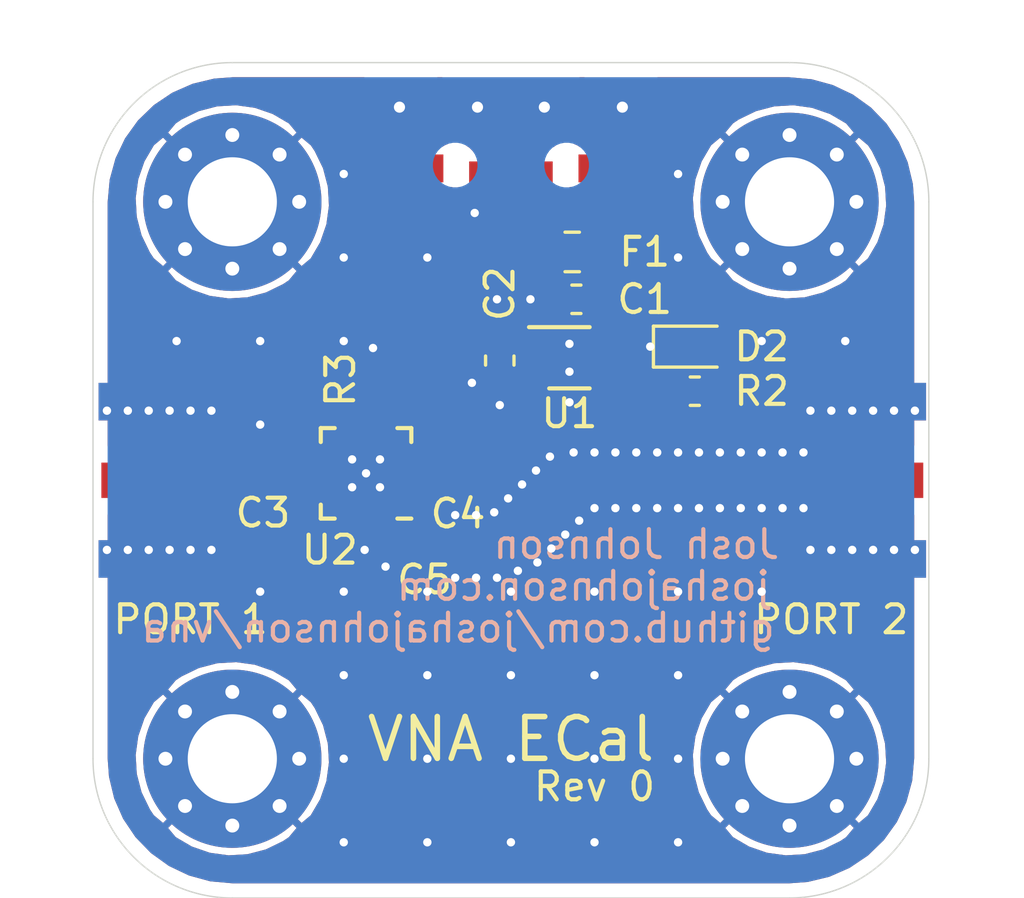
<source format=kicad_pcb>
(kicad_pcb (version 20171130) (host pcbnew "(5.1.2)-1")

  (general
    (thickness 1.6)
    (drawings 10)
    (tracks 179)
    (zones 0)
    (modules 20)
    (nets 17)
  )

  (page A4)
  (layers
    (0 F.Cu signal)
    (31 B.Cu signal)
    (32 B.Adhes user)
    (33 F.Adhes user)
    (34 B.Paste user)
    (35 F.Paste user)
    (36 B.SilkS user)
    (37 F.SilkS user)
    (38 B.Mask user)
    (39 F.Mask user)
    (40 Dwgs.User user)
    (41 Cmts.User user)
    (42 Eco1.User user)
    (43 Eco2.User user)
    (44 Edge.Cuts user)
    (45 Margin user)
    (46 B.CrtYd user)
    (47 F.CrtYd user)
    (48 B.Fab user hide)
    (49 F.Fab user hide)
  )

  (setup
    (last_trace_width 0.25)
    (trace_clearance 0.2)
    (zone_clearance 0.2)
    (zone_45_only no)
    (trace_min 0.2)
    (via_size 0.8)
    (via_drill 0.4)
    (via_min_size 0.4)
    (via_min_drill 0.3)
    (uvia_size 0.3)
    (uvia_drill 0.1)
    (uvias_allowed no)
    (uvia_min_size 0.2)
    (uvia_min_drill 0.1)
    (edge_width 0.05)
    (segment_width 0.2)
    (pcb_text_width 0.3)
    (pcb_text_size 1.5 1.5)
    (mod_edge_width 0.12)
    (mod_text_size 1 1)
    (mod_text_width 0.15)
    (pad_size 1.524 1.524)
    (pad_drill 0.762)
    (pad_to_mask_clearance 0.051)
    (aux_axis_origin 0 0)
    (visible_elements 7FFFFFFF)
    (pcbplotparams
      (layerselection 0x010fc_ffffffff)
      (usegerberextensions false)
      (usegerberattributes false)
      (usegerberadvancedattributes false)
      (creategerberjobfile false)
      (excludeedgelayer true)
      (linewidth 0.100000)
      (plotframeref false)
      (viasonmask false)
      (mode 1)
      (useauxorigin false)
      (hpglpennumber 1)
      (hpglpenspeed 20)
      (hpglpendiameter 15.000000)
      (psnegative false)
      (psa4output false)
      (plotreference true)
      (plotvalue true)
      (plotinvisibletext false)
      (padsonsilk false)
      (subtractmaskfromsilk false)
      (outputformat 1)
      (mirror false)
      (drillshape 0)
      (scaleselection 1)
      (outputdirectory "gerbers/"))
  )

  (net 0 "")
  (net 1 GND)
  (net 2 +5V)
  (net 3 +3.3VA)
  (net 4 "Net-(C3-Pad2)")
  (net 5 /THRU)
  (net 6 "Net-(C5-Pad1)")
  (net 7 "Net-(D2-Pad2)")
  (net 8 /LOAD)
  (net 9 "Net-(U1-Pad3)")
  (net 10 VBUS)
  (net 11 /SCL)
  (net 12 "Net-(J1-Pad4)")
  (net 13 /SDA)
  (net 14 "Net-(U2-Pad16)")
  (net 15 /OPEN)
  (net 16 /IN)

  (net_class Default "This is the default net class."
    (clearance 0.2)
    (trace_width 0.25)
    (via_dia 0.8)
    (via_drill 0.4)
    (uvia_dia 0.3)
    (uvia_drill 0.1)
    (add_net +3.3VA)
    (add_net +5V)
    (add_net /IN)
    (add_net /LOAD)
    (add_net /OPEN)
    (add_net /SCL)
    (add_net /SDA)
    (add_net /THRU)
    (add_net GND)
    (add_net "Net-(C3-Pad2)")
    (add_net "Net-(C5-Pad1)")
    (add_net "Net-(D2-Pad2)")
    (add_net "Net-(J1-Pad4)")
    (add_net "Net-(U1-Pad3)")
    (add_net "Net-(U2-Pad16)")
    (add_net VBUS)
  )

  (module VNA_Footprints:BoardTitle (layer F.Cu) (tedit 5C297697) (tstamp 5D093D88)
    (at 98.4 122.4)
    (fp_text reference REF** (at 0 0.5) (layer F.Fab)
      (effects (font (size 1 1) (thickness 0.15)))
    )
    (fp_text value "Board Title" (at 0 -0.5) (layer F.Fab)
      (effects (font (size 1 1) (thickness 0.15)))
    )
    (fp_text user "Rev 0" (at 4.6 8.6) (layer F.SilkS)
      (effects (font (size 1 1) (thickness 0.15)))
    )
    (fp_text user "VNA ECal" (at 1.6 6.9) (layer F.SilkS)
      (effects (font (size 1.5 1.5) (thickness 0.2)))
    )
  )

  (module VNA_Footprints:JoshDetails (layer B.Cu) (tedit 5C29628D) (tstamp 5D093C89)
    (at 106.1 123.3 180)
    (fp_text reference REF** (at 0 5.6) (layer B.Fab)
      (effects (font (size 1 1) (thickness 0.15)) (justify mirror))
    )
    (fp_text value "Josh Details" (at 0 6.6) (layer B.Fab)
      (effects (font (size 1 1) (thickness 0.15)) (justify mirror))
    )
    (fp_text user github.com/joshajohnson/vna (at 8 -2) (layer B.SilkS)
      (effects (font (size 1 1) (thickness 0.15)) (justify mirror))
    )
    (fp_text user joshajohnson.com (at 3.5 -0.5) (layer B.SilkS)
      (effects (font (size 1 1) (thickness 0.15)) (justify mirror))
    )
    (fp_text user "Josh Johnson" (at 1.6 1 180) (layer B.SilkS)
      (effects (font (size 1 1) (thickness 0.15)) (justify mirror))
    )
  )

  (module VNA_Footprints:QFN-16-1EP_3x3mm_P0.5mm_EP2.7x2.7mm_ThermalVias (layer F.Cu) (tedit 5C3004A6) (tstamp 5D090CB0)
    (at 94.8 119.75 180)
    (descr "16-Lead Plastic Quad Flat, No Lead Package (NG) - 3x3x0.9 mm Body [QFN]; (see Microchip Packaging Specification 00000049BS.pdf)")
    (tags "QFN 0.5")
    (path /5C2A4728)
    (attr smd)
    (fp_text reference U2 (at 1.3 -2.75) (layer F.SilkS)
      (effects (font (size 1 1) (thickness 0.15)))
    )
    (fp_text value PE42440 (at 0 2.85) (layer F.Fab)
      (effects (font (size 1 1) (thickness 0.15)))
    )
    (fp_line (start 1.625 -1.625) (end 1.125 -1.625) (layer F.SilkS) (width 0.15))
    (fp_line (start 1.625 1.625) (end 1.125 1.625) (layer F.SilkS) (width 0.15))
    (fp_line (start -1.625 1.625) (end -1.125 1.625) (layer F.SilkS) (width 0.15))
    (fp_line (start -1.625 -1.625) (end -1.125 -1.625) (layer F.SilkS) (width 0.15))
    (fp_line (start 1.625 1.625) (end 1.625 1.125) (layer F.SilkS) (width 0.15))
    (fp_line (start -1.625 1.625) (end -1.625 1.125) (layer F.SilkS) (width 0.15))
    (fp_line (start 1.625 -1.625) (end 1.625 -1.125) (layer F.SilkS) (width 0.15))
    (fp_line (start -2.1 2.1) (end 2.1 2.1) (layer F.CrtYd) (width 0.05))
    (fp_line (start -2.1 -2.1) (end 2.1 -2.1) (layer F.CrtYd) (width 0.05))
    (fp_line (start 2.1 -2.1) (end 2.1 2.1) (layer F.CrtYd) (width 0.05))
    (fp_line (start -2.1 -2.1) (end -2.1 2.1) (layer F.CrtYd) (width 0.05))
    (fp_line (start -1.5 -0.5) (end -0.5 -1.5) (layer F.Fab) (width 0.15))
    (fp_line (start -1.5 1.5) (end -1.5 -0.5) (layer F.Fab) (width 0.15))
    (fp_line (start 1.5 1.5) (end -1.5 1.5) (layer F.Fab) (width 0.15))
    (fp_line (start 1.5 -1.5) (end 1.5 1.5) (layer F.Fab) (width 0.15))
    (fp_line (start -0.5 -1.5) (end 1.5 -1.5) (layer F.Fab) (width 0.15))
    (fp_text user %R (at 0 0) (layer F.Fab)
      (effects (font (size 0.65 0.65) (thickness 0.125)))
    )
    (pad "" smd rect (at 0.5 0.5 180) (size 0.73 0.73) (layers F.Paste))
    (pad "" smd rect (at -0.5 0.5 180) (size 0.73 0.73) (layers F.Paste))
    (pad "" smd rect (at -0.5 -0.5 180) (size 0.73 0.73) (layers F.Paste))
    (pad 17 thru_hole circle (at -0.5 0.5 180) (size 0.6 0.6) (drill 0.3) (layers *.Cu)
      (net 1 GND) (zone_connect 2))
    (pad 17 thru_hole circle (at 0.5 0.5 180) (size 0.6 0.6) (drill 0.3) (layers *.Cu)
      (net 1 GND) (zone_connect 2))
    (pad 17 thru_hole circle (at 0.5 -0.5 180) (size 0.6 0.6) (drill 0.3) (layers *.Cu)
      (net 1 GND) (zone_connect 2))
    (pad 17 thru_hole circle (at -0.5 -0.5 180) (size 0.6 0.6) (drill 0.3) (layers *.Cu)
      (net 1 GND) (zone_connect 2))
    (pad 17 thru_hole circle (at 0 0 180) (size 0.6 0.6) (drill 0.3) (layers *.Cu)
      (net 1 GND) (zone_connect 2))
    (pad 17 smd rect (at 0 0 180) (size 1.8 1.8) (layers F.Cu F.Mask)
      (net 1 GND))
    (pad "" smd rect (at 0.5 -0.5 180) (size 0.73 0.73) (layers F.Paste))
    (pad 16 smd oval (at -0.75 -1.475 270) (size 0.75 0.3) (layers F.Cu F.Paste F.Mask)
      (net 14 "Net-(U2-Pad16)"))
    (pad 15 smd oval (at -0.25 -1.475 270) (size 0.75 0.3) (layers F.Cu F.Paste F.Mask)
      (net 5 /THRU))
    (pad 14 smd oval (at 0.25 -1.475 270) (size 0.75 0.3) (layers F.Cu F.Paste F.Mask)
      (net 1 GND))
    (pad 13 smd oval (at 0.75 -1.475 270) (size 0.75 0.3) (layers F.Cu F.Paste F.Mask)
      (net 15 /OPEN))
    (pad 12 smd oval (at 1.475 -0.75 180) (size 0.75 0.3) (layers F.Cu F.Paste F.Mask)
      (net 1 GND))
    (pad 11 smd oval (at 1.475 -0.25 180) (size 0.75 0.3) (layers F.Cu F.Paste F.Mask)
      (net 16 /IN))
    (pad 10 smd oval (at 1.475 0.25 180) (size 0.75 0.3) (layers F.Cu F.Paste F.Mask)
      (net 1 GND))
    (pad 9 smd oval (at 1.475 0.75 180) (size 0.75 0.3) (layers F.Cu F.Paste F.Mask)
      (net 1 GND))
    (pad 8 smd oval (at 0.75 1.475 270) (size 0.75 0.3) (layers F.Cu F.Paste F.Mask)
      (net 1 GND))
    (pad 7 smd oval (at 0.25 1.475 270) (size 0.75 0.3) (layers F.Cu F.Paste F.Mask)
      (net 1 GND))
    (pad 6 smd oval (at -0.25 1.475 270) (size 0.75 0.3) (layers F.Cu F.Paste F.Mask)
      (net 8 /LOAD))
    (pad 5 smd oval (at -0.75 1.475 270) (size 0.75 0.3) (layers F.Cu F.Paste F.Mask)
      (net 1 GND))
    (pad 4 smd oval (at -1.475 0.75 180) (size 0.75 0.3) (layers F.Cu F.Paste F.Mask)
      (net 13 /SDA))
    (pad 3 smd oval (at -1.475 0.25 180) (size 0.75 0.3) (layers F.Cu F.Paste F.Mask)
      (net 11 /SCL))
    (pad 2 smd oval (at -1.475 -0.25 180) (size 0.75 0.3) (layers F.Cu F.Paste F.Mask)
      (net 3 +3.3VA))
    (pad 1 smd oval (at -1.475 -0.75 180) (size 0.75 0.3) (layers F.Cu F.Paste F.Mask)
      (net 1 GND))
    (model ${KISYS3DMOD}/Package_DFN_QFN.3dshapes/QFN-16-1EP_3x3mm_P0.5mm_EP2.7x2.7mm_ThermalVias.wrl
      (at (xyz 0 0 0))
      (scale (xyz 1 1 1))
      (rotate (xyz 0 0 0))
    )
  )

  (module Package_DFN_QFN:DFN-6-1EP_2x2mm_P0.65mm_EP1x1.6mm (layer F.Cu) (tedit 5A64E13E) (tstamp 5D090C81)
    (at 102.1 115.6)
    (descr "6-Lead Plastic Dual Flat, No Lead Package (MA) - 2x2x0.9 mm Body [DFN] (see Microchip Packaging Specification 00000049BS.pdf)")
    (tags "DFN 0.65")
    (path /5CFAAA40)
    (attr smd)
    (fp_text reference U1 (at 0 2) (layer F.SilkS)
      (effects (font (size 1 1) (thickness 0.15)))
    )
    (fp_text value LP5912 (at 0 2.025) (layer F.Fab)
      (effects (font (size 1 1) (thickness 0.15)))
    )
    (fp_line (start -1.45 -1.1) (end 0.725 -1.1) (layer F.SilkS) (width 0.15))
    (fp_line (start -0.725 1.1) (end 0.725 1.1) (layer F.SilkS) (width 0.15))
    (fp_line (start -1.65 1.25) (end 1.65 1.25) (layer F.CrtYd) (width 0.05))
    (fp_line (start -1.65 -1.25) (end 1.65 -1.25) (layer F.CrtYd) (width 0.05))
    (fp_line (start 1.65 -1.25) (end 1.65 1.25) (layer F.CrtYd) (width 0.05))
    (fp_line (start -1.65 -1.25) (end -1.65 1.25) (layer F.CrtYd) (width 0.05))
    (fp_line (start -1 0) (end 0 -1) (layer F.Fab) (width 0.15))
    (fp_line (start -1 1) (end -1 0) (layer F.Fab) (width 0.15))
    (fp_line (start 1 1) (end -1 1) (layer F.Fab) (width 0.15))
    (fp_line (start 1 -1) (end 1 1) (layer F.Fab) (width 0.15))
    (fp_line (start 0 -1) (end 1 -1) (layer F.Fab) (width 0.15))
    (fp_text user %R (at 0 0) (layer F.Fab)
      (effects (font (size 0.5 0.5) (thickness 0.075)))
    )
    (pad "" smd rect (at 0 0.4) (size 0.82 0.63) (layers F.Paste))
    (pad "" smd rect (at 0 -0.4) (size 0.82 0.63) (layers F.Paste))
    (pad 7 smd rect (at 0 0) (size 1 1.6) (layers F.Cu F.Mask)
      (net 1 GND))
    (pad 6 smd rect (at 1.05 -0.65) (size 0.65 0.35) (layers F.Cu F.Paste F.Mask)
      (net 2 +5V))
    (pad 5 smd rect (at 1.05 0) (size 0.65 0.35) (layers F.Cu F.Paste F.Mask)
      (net 1 GND))
    (pad 4 smd rect (at 1.05 0.65) (size 0.65 0.35) (layers F.Cu F.Paste F.Mask)
      (net 2 +5V))
    (pad 3 smd rect (at -1.05 0.65) (size 0.65 0.35) (layers F.Cu F.Paste F.Mask)
      (net 9 "Net-(U1-Pad3)"))
    (pad 2 smd rect (at -1.05 0) (size 0.65 0.35) (layers F.Cu F.Paste F.Mask)
      (net 1 GND))
    (pad 1 smd rect (at -1.05 -0.65) (size 0.65 0.35) (layers F.Cu F.Paste F.Mask)
      (net 3 +3.3VA))
    (model ${KISYS3DMOD}/Package_DFN_QFN.3dshapes/DFN-6-1EP_2x2mm_P0.65mm_EP1x1.6mm.wrl
      (at (xyz 0 0 0))
      (scale (xyz 1 1 1))
      (rotate (xyz 0 0 0))
    )
  )

  (module Resistor_SMD:R_0402_1005Metric (layer F.Cu) (tedit 5B301BBD) (tstamp 5D090C68)
    (at 95.05 116.385 90)
    (descr "Resistor SMD 0402 (1005 Metric), square (rectangular) end terminal, IPC_7351 nominal, (Body size source: http://www.tortai-tech.com/upload/download/2011102023233369053.pdf), generated with kicad-footprint-generator")
    (tags resistor)
    (path /5D0B40F1)
    (attr smd)
    (fp_text reference R3 (at 0 -1.17 90) (layer F.SilkS)
      (effects (font (size 1 1) (thickness 0.15)))
    )
    (fp_text value 49R9 (at 0 1.17 90) (layer F.Fab)
      (effects (font (size 1 1) (thickness 0.15)))
    )
    (fp_text user %R (at 0 0 90) (layer F.Fab)
      (effects (font (size 0.25 0.25) (thickness 0.04)))
    )
    (fp_line (start 0.93 0.47) (end -0.93 0.47) (layer F.CrtYd) (width 0.05))
    (fp_line (start 0.93 -0.47) (end 0.93 0.47) (layer F.CrtYd) (width 0.05))
    (fp_line (start -0.93 -0.47) (end 0.93 -0.47) (layer F.CrtYd) (width 0.05))
    (fp_line (start -0.93 0.47) (end -0.93 -0.47) (layer F.CrtYd) (width 0.05))
    (fp_line (start 0.5 0.25) (end -0.5 0.25) (layer F.Fab) (width 0.1))
    (fp_line (start 0.5 -0.25) (end 0.5 0.25) (layer F.Fab) (width 0.1))
    (fp_line (start -0.5 -0.25) (end 0.5 -0.25) (layer F.Fab) (width 0.1))
    (fp_line (start -0.5 0.25) (end -0.5 -0.25) (layer F.Fab) (width 0.1))
    (pad 2 smd roundrect (at 0.485 0 90) (size 0.59 0.64) (layers F.Cu F.Paste F.Mask) (roundrect_rratio 0.25)
      (net 1 GND))
    (pad 1 smd roundrect (at -0.485 0 90) (size 0.59 0.64) (layers F.Cu F.Paste F.Mask) (roundrect_rratio 0.25)
      (net 8 /LOAD))
    (model ${KISYS3DMOD}/Resistor_SMD.3dshapes/R_0402_1005Metric.wrl
      (at (xyz 0 0 0))
      (scale (xyz 1 1 1))
      (rotate (xyz 0 0 0))
    )
  )

  (module Resistor_SMD:R_0603_1608Metric (layer F.Cu) (tedit 5B301BBD) (tstamp 5D090C59)
    (at 106.6 116.8)
    (descr "Resistor SMD 0603 (1608 Metric), square (rectangular) end terminal, IPC_7351 nominal, (Body size source: http://www.tortai-tech.com/upload/download/2011102023233369053.pdf), generated with kicad-footprint-generator")
    (tags resistor)
    (path /5D0BC4CF)
    (attr smd)
    (fp_text reference R2 (at 2.4 0) (layer F.SilkS)
      (effects (font (size 1 1) (thickness 0.15)))
    )
    (fp_text value 1K (at 0 1.43) (layer F.Fab)
      (effects (font (size 1 1) (thickness 0.15)))
    )
    (fp_text user %R (at 0 0) (layer F.Fab)
      (effects (font (size 0.4 0.4) (thickness 0.06)))
    )
    (fp_line (start 1.48 0.73) (end -1.48 0.73) (layer F.CrtYd) (width 0.05))
    (fp_line (start 1.48 -0.73) (end 1.48 0.73) (layer F.CrtYd) (width 0.05))
    (fp_line (start -1.48 -0.73) (end 1.48 -0.73) (layer F.CrtYd) (width 0.05))
    (fp_line (start -1.48 0.73) (end -1.48 -0.73) (layer F.CrtYd) (width 0.05))
    (fp_line (start -0.162779 0.51) (end 0.162779 0.51) (layer F.SilkS) (width 0.12))
    (fp_line (start -0.162779 -0.51) (end 0.162779 -0.51) (layer F.SilkS) (width 0.12))
    (fp_line (start 0.8 0.4) (end -0.8 0.4) (layer F.Fab) (width 0.1))
    (fp_line (start 0.8 -0.4) (end 0.8 0.4) (layer F.Fab) (width 0.1))
    (fp_line (start -0.8 -0.4) (end 0.8 -0.4) (layer F.Fab) (width 0.1))
    (fp_line (start -0.8 0.4) (end -0.8 -0.4) (layer F.Fab) (width 0.1))
    (pad 2 smd roundrect (at 0.7875 0) (size 0.875 0.95) (layers F.Cu F.Paste F.Mask) (roundrect_rratio 0.25)
      (net 7 "Net-(D2-Pad2)"))
    (pad 1 smd roundrect (at -0.7875 0) (size 0.875 0.95) (layers F.Cu F.Paste F.Mask) (roundrect_rratio 0.25)
      (net 3 +3.3VA))
    (model ${KISYS3DMOD}/Resistor_SMD.3dshapes/R_0603_1608Metric.wrl
      (at (xyz 0 0 0))
      (scale (xyz 1 1 1))
      (rotate (xyz 0 0 0))
    )
  )

  (module VNA_Footprints:SMA_EDGE_MOUNT (layer F.Cu) (tedit 5C2973E8) (tstamp 5D090C37)
    (at 112.8 120)
    (descr http://suddendocs.samtec.com/prints/sma-j-p-x-st-em1-mkt.pdf)
    (tags SMA)
    (path /5C2A4464)
    (attr smd)
    (fp_text reference J3 (at -1.5 7) (layer F.Fab)
      (effects (font (size 1 1) (thickness 0.15)))
    )
    (fp_text value SMA (at -0.3 -5) (layer F.Fab)
      (effects (font (size 1 1) (thickness 0.15)))
    )
    (fp_line (start 3.25 0) (end 2.25 0.75) (layer F.Fab) (width 0.1))
    (fp_line (start 2.25 -0.75) (end 3.25 0) (layer F.Fab) (width 0.1))
    (fp_text user %R (at 4.79 0 270) (layer F.Fab)
      (effects (font (size 1 1) (thickness 0.15)))
    )
    (fp_text user "PCB Edge" (at 3 0 90) (layer Dwgs.User)
      (effects (font (size 0.5 0.5) (thickness 0.1)))
    )
    (fp_line (start 2.2 -3.75) (end 2.2 3.75) (layer F.CrtYd) (width 0.15))
    (fp_line (start 2.2 3.75) (end -2.25 3.75) (layer F.CrtYd) (width 0.15))
    (fp_line (start -2.25 3.75) (end -2.25 -3.75) (layer F.CrtYd) (width 0.15))
    (fp_line (start -2.25 -3.75) (end 2.2 -3.75) (layer F.CrtYd) (width 0.15))
    (pad 2 smd rect (at 0 2.825 90) (size 1.35 4.2) (layers B.Cu B.Mask)
      (net 1 GND) (zone_connect 2))
    (pad 2 smd rect (at 0 -2.825 90) (size 1.35 4.2) (layers B.Cu B.Mask)
      (net 1 GND) (zone_connect 2))
    (pad 2 smd rect (at 0 2.825 90) (size 1.35 4.2) (layers F.Cu F.Mask)
      (net 1 GND) (zone_connect 2))
    (pad 2 smd rect (at 0 -2.825 90) (size 1.35 4.2) (layers F.Cu F.Mask)
      (net 1 GND) (zone_connect 2))
    (pad 1 smd rect (at 0.2 0 90) (size 1.27 3.6) (layers F.Cu F.Mask)
      (net 6 "Net-(C5-Pad1)"))
    (model ${KISYS_USER_3D_MOD}/SMA_CONN_EDGE_MOUNT.step
      (offset (xyz 4 -3.2 3.5))
      (scale (xyz 1 1 1))
      (rotate (xyz -90 -180 -90))
    )
  )

  (module VNA_Footprints:SMA_EDGE_MOUNT (layer F.Cu) (tedit 5C2973E8) (tstamp 5D094040)
    (at 87.3 120 180)
    (descr http://suddendocs.samtec.com/prints/sma-j-p-x-st-em1-mkt.pdf)
    (tags SMA)
    (path /5C2A4764)
    (attr smd)
    (fp_text reference J2 (at -1.5 7) (layer F.Fab)
      (effects (font (size 1 1) (thickness 0.15)))
    )
    (fp_text value SMA (at -0.3 -5) (layer F.Fab)
      (effects (font (size 1 1) (thickness 0.15)))
    )
    (fp_line (start 3.25 0) (end 2.25 0.75) (layer F.Fab) (width 0.1))
    (fp_line (start 2.25 -0.75) (end 3.25 0) (layer F.Fab) (width 0.1))
    (fp_text user %R (at 4.79 0 270) (layer F.Fab)
      (effects (font (size 1 1) (thickness 0.15)))
    )
    (fp_text user "PCB Edge" (at 3 0 90) (layer Dwgs.User)
      (effects (font (size 0.5 0.5) (thickness 0.1)))
    )
    (fp_line (start 2.2 -3.75) (end 2.2 3.75) (layer F.CrtYd) (width 0.15))
    (fp_line (start 2.2 3.75) (end -2.25 3.75) (layer F.CrtYd) (width 0.15))
    (fp_line (start -2.25 3.75) (end -2.25 -3.75) (layer F.CrtYd) (width 0.15))
    (fp_line (start -2.25 -3.75) (end 2.2 -3.75) (layer F.CrtYd) (width 0.15))
    (pad 2 smd rect (at 0 2.825 270) (size 1.35 4.2) (layers B.Cu B.Mask)
      (net 1 GND) (zone_connect 2))
    (pad 2 smd rect (at 0 -2.825 270) (size 1.35 4.2) (layers B.Cu B.Mask)
      (net 1 GND) (zone_connect 2))
    (pad 2 smd rect (at 0 2.825 270) (size 1.35 4.2) (layers F.Cu F.Mask)
      (net 1 GND) (zone_connect 2))
    (pad 2 smd rect (at 0 -2.825 270) (size 1.35 4.2) (layers F.Cu F.Mask)
      (net 1 GND) (zone_connect 2))
    (pad 1 smd rect (at 0.2 0 270) (size 1.27 3.6) (layers F.Cu F.Mask)
      (net 4 "Net-(C3-Pad2)"))
    (model ${KISYS_USER_3D_MOD}/SMA_CONN_EDGE_MOUNT.step
      (offset (xyz 4 -3.2 3.5))
      (scale (xyz 1 1 1))
      (rotate (xyz -90 -180 -90))
    )
  )

  (module VNA_Footprints:MicroUSB_Aliexpress (layer F.Cu) (tedit 5CFC85C1) (tstamp 5D090C15)
    (at 100 105.1 180)
    (path /5C990C57)
    (fp_text reference J1 (at 6.55 -2.75) (layer F.SilkS) hide
      (effects (font (size 1 1) (thickness 0.15)))
    )
    (fp_text value USB_B_Micro (at 0 3.45) (layer F.Fab)
      (effects (font (size 1 1) (thickness 0.15)))
    )
    (fp_line (start -5.5 -5.5) (end 5.5 -5.5) (layer F.CrtYd) (width 0.15))
    (fp_line (start -5.5 0) (end -5.5 -5.5) (layer F.CrtYd) (width 0.15))
    (fp_line (start 5.5 0) (end 5.5 -5.5) (layer F.CrtYd) (width 0.15))
    (fp_text user "PCB Edge" (at 0 1.5) (layer F.Fab)
      (effects (font (size 1 1) (thickness 0.15)))
    )
    (fp_text user ^ (at 0 0 180) (layer F.Fab)
      (effects (font (size 1 1) (thickness 0.15)))
    )
    (fp_line (start -5.5 0) (end 5.5 0) (layer F.CrtYd) (width 0.15))
    (pad 2 smd rect (at -0.65 -4.125 180) (size 0.4 1.35) (layers F.Cu F.Paste F.Mask)
      (net 11 /SCL))
    (pad 1 smd rect (at -1.3 -4.125 180) (size 0.4 1.35) (layers F.Cu F.Paste F.Mask)
      (net 10 VBUS))
    (pad 4 smd rect (at 0.65 -4.125 180) (size 0.4 1.35) (layers F.Cu F.Paste F.Mask)
      (net 12 "Net-(J1-Pad4)"))
    (pad 5 smd rect (at 1.3 -4.125 180) (size 0.4 1.35) (layers F.Cu F.Paste F.Mask)
      (net 1 GND))
    (pad "" np_thru_hole circle (at 2 -3.58 180) (size 0.6 0.6) (drill 0.6) (layers *.Mask F.Cu))
    (pad "" np_thru_hole circle (at -2 -3.58 180) (size 0.6 0.6) (drill 0.6) (layers *.Cu *.Mask))
    (pad 3 smd rect (at 0 -4.125 180) (size 0.4 1.35) (layers F.Cu F.Paste F.Mask)
      (net 13 /SDA))
    (pad 6 smd rect (at -3.1 -3.7 180) (size 1.35 1) (layers F.Cu F.Paste F.Mask)
      (net 1 GND))
    (pad 6 smd rect (at 3.1 -3.7 180) (size 1.35 1) (layers F.Cu F.Paste F.Mask)
      (net 1 GND))
    (pad 6 smd rect (at 3.95 -1.45 180) (size 1.9 1.9) (layers F.Cu F.Paste F.Mask)
      (net 1 GND))
    (pad 6 smd rect (at -3.95 -1.45 180) (size 1.9 1.9) (layers F.Cu F.Paste F.Mask)
      (net 1 GND))
    (pad 6 smd rect (at -1.15 -1.45 180) (size 1.9 1.9) (layers F.Cu F.Paste F.Mask)
      (net 1 GND))
    (pad 6 smd rect (at 1.15 -1.45 180) (size 1.9 1.9) (layers F.Cu F.Paste F.Mask)
      (net 1 GND))
    (model ${KISYS_USER_3D_MOD}/MicroUSB_Connector.step
      (offset (xyz -3.65 4.2 0))
      (scale (xyz 1 1 1))
      (rotate (xyz -90 0 -90))
    )
  )

  (module MountingHole:MountingHole_3.2mm_M3_Pad_Via (layer F.Cu) (tedit 56DDBCCA) (tstamp 5D090BFE)
    (at 110 130)
    (descr "Mounting Hole 3.2mm, M3")
    (tags "mounting hole 3.2mm m3")
    (path /5C2C26B4)
    (attr virtual)
    (fp_text reference H4 (at 0 -4.2) (layer F.SilkS) hide
      (effects (font (size 1 1) (thickness 0.15)))
    )
    (fp_text value "M3 Via" (at 0 4.2) (layer F.Fab)
      (effects (font (size 1 1) (thickness 0.15)))
    )
    (fp_circle (center 0 0) (end 3.45 0) (layer F.CrtYd) (width 0.05))
    (fp_circle (center 0 0) (end 3.2 0) (layer Cmts.User) (width 0.15))
    (fp_text user %R (at 0.3 0) (layer F.Fab)
      (effects (font (size 1 1) (thickness 0.15)))
    )
    (pad 1 thru_hole circle (at 1.697056 -1.697056) (size 0.8 0.8) (drill 0.5) (layers *.Cu *.Mask)
      (net 1 GND))
    (pad 1 thru_hole circle (at 0 -2.4) (size 0.8 0.8) (drill 0.5) (layers *.Cu *.Mask)
      (net 1 GND))
    (pad 1 thru_hole circle (at -1.697056 -1.697056) (size 0.8 0.8) (drill 0.5) (layers *.Cu *.Mask)
      (net 1 GND))
    (pad 1 thru_hole circle (at -2.4 0) (size 0.8 0.8) (drill 0.5) (layers *.Cu *.Mask)
      (net 1 GND))
    (pad 1 thru_hole circle (at -1.697056 1.697056) (size 0.8 0.8) (drill 0.5) (layers *.Cu *.Mask)
      (net 1 GND))
    (pad 1 thru_hole circle (at 0 2.4) (size 0.8 0.8) (drill 0.5) (layers *.Cu *.Mask)
      (net 1 GND))
    (pad 1 thru_hole circle (at 1.697056 1.697056) (size 0.8 0.8) (drill 0.5) (layers *.Cu *.Mask)
      (net 1 GND))
    (pad 1 thru_hole circle (at 2.4 0) (size 0.8 0.8) (drill 0.5) (layers *.Cu *.Mask)
      (net 1 GND))
    (pad 1 thru_hole circle (at 0 0) (size 6.4 6.4) (drill 3.2) (layers *.Cu *.Mask)
      (net 1 GND))
  )

  (module MountingHole:MountingHole_3.2mm_M3_Pad_Via (layer F.Cu) (tedit 56DDBCCA) (tstamp 5D090BEE)
    (at 90 130)
    (descr "Mounting Hole 3.2mm, M3")
    (tags "mounting hole 3.2mm m3")
    (path /5C2BE533)
    (attr virtual)
    (fp_text reference H3 (at 0 -4.2) (layer F.SilkS) hide
      (effects (font (size 1 1) (thickness 0.15)))
    )
    (fp_text value "M3 Via" (at 0 4.2) (layer F.Fab)
      (effects (font (size 1 1) (thickness 0.15)))
    )
    (fp_circle (center 0 0) (end 3.45 0) (layer F.CrtYd) (width 0.05))
    (fp_circle (center 0 0) (end 3.2 0) (layer Cmts.User) (width 0.15))
    (fp_text user %R (at 0.3 0) (layer F.Fab)
      (effects (font (size 1 1) (thickness 0.15)))
    )
    (pad 1 thru_hole circle (at 1.697056 -1.697056) (size 0.8 0.8) (drill 0.5) (layers *.Cu *.Mask)
      (net 1 GND))
    (pad 1 thru_hole circle (at 0 -2.4) (size 0.8 0.8) (drill 0.5) (layers *.Cu *.Mask)
      (net 1 GND))
    (pad 1 thru_hole circle (at -1.697056 -1.697056) (size 0.8 0.8) (drill 0.5) (layers *.Cu *.Mask)
      (net 1 GND))
    (pad 1 thru_hole circle (at -2.4 0) (size 0.8 0.8) (drill 0.5) (layers *.Cu *.Mask)
      (net 1 GND))
    (pad 1 thru_hole circle (at -1.697056 1.697056) (size 0.8 0.8) (drill 0.5) (layers *.Cu *.Mask)
      (net 1 GND))
    (pad 1 thru_hole circle (at 0 2.4) (size 0.8 0.8) (drill 0.5) (layers *.Cu *.Mask)
      (net 1 GND))
    (pad 1 thru_hole circle (at 1.697056 1.697056) (size 0.8 0.8) (drill 0.5) (layers *.Cu *.Mask)
      (net 1 GND))
    (pad 1 thru_hole circle (at 2.4 0) (size 0.8 0.8) (drill 0.5) (layers *.Cu *.Mask)
      (net 1 GND))
    (pad 1 thru_hole circle (at 0 0) (size 6.4 6.4) (drill 3.2) (layers *.Cu *.Mask)
      (net 1 GND))
  )

  (module MountingHole:MountingHole_3.2mm_M3_Pad_Via (layer F.Cu) (tedit 56DDBCCA) (tstamp 5D090BDE)
    (at 90 110)
    (descr "Mounting Hole 3.2mm, M3")
    (tags "mounting hole 3.2mm m3")
    (path /5C2BA3A5)
    (attr virtual)
    (fp_text reference H2 (at 0 -4.2) (layer F.SilkS) hide
      (effects (font (size 1 1) (thickness 0.15)))
    )
    (fp_text value "M3 Via" (at 0 4.2) (layer F.Fab)
      (effects (font (size 1 1) (thickness 0.15)))
    )
    (fp_circle (center 0 0) (end 3.45 0) (layer F.CrtYd) (width 0.05))
    (fp_circle (center 0 0) (end 3.2 0) (layer Cmts.User) (width 0.15))
    (fp_text user %R (at 0.3 0) (layer F.Fab)
      (effects (font (size 1 1) (thickness 0.15)))
    )
    (pad 1 thru_hole circle (at 1.697056 -1.697056) (size 0.8 0.8) (drill 0.5) (layers *.Cu *.Mask)
      (net 1 GND))
    (pad 1 thru_hole circle (at 0 -2.4) (size 0.8 0.8) (drill 0.5) (layers *.Cu *.Mask)
      (net 1 GND))
    (pad 1 thru_hole circle (at -1.697056 -1.697056) (size 0.8 0.8) (drill 0.5) (layers *.Cu *.Mask)
      (net 1 GND))
    (pad 1 thru_hole circle (at -2.4 0) (size 0.8 0.8) (drill 0.5) (layers *.Cu *.Mask)
      (net 1 GND))
    (pad 1 thru_hole circle (at -1.697056 1.697056) (size 0.8 0.8) (drill 0.5) (layers *.Cu *.Mask)
      (net 1 GND))
    (pad 1 thru_hole circle (at 0 2.4) (size 0.8 0.8) (drill 0.5) (layers *.Cu *.Mask)
      (net 1 GND))
    (pad 1 thru_hole circle (at 1.697056 1.697056) (size 0.8 0.8) (drill 0.5) (layers *.Cu *.Mask)
      (net 1 GND))
    (pad 1 thru_hole circle (at 2.4 0) (size 0.8 0.8) (drill 0.5) (layers *.Cu *.Mask)
      (net 1 GND))
    (pad 1 thru_hole circle (at 0 0) (size 6.4 6.4) (drill 3.2) (layers *.Cu *.Mask)
      (net 1 GND))
  )

  (module MountingHole:MountingHole_3.2mm_M3_Pad_Via (layer F.Cu) (tedit 56DDBCCA) (tstamp 5D090BCE)
    (at 110 110)
    (descr "Mounting Hole 3.2mm, M3")
    (tags "mounting hole 3.2mm m3")
    (path /5C2B5FA4)
    (attr virtual)
    (fp_text reference H1 (at 0 -4.2) (layer F.SilkS) hide
      (effects (font (size 1 1) (thickness 0.15)))
    )
    (fp_text value "M3 Via" (at 0 4.2) (layer F.Fab)
      (effects (font (size 1 1) (thickness 0.15)))
    )
    (fp_circle (center 0 0) (end 3.45 0) (layer F.CrtYd) (width 0.05))
    (fp_circle (center 0 0) (end 3.2 0) (layer Cmts.User) (width 0.15))
    (fp_text user %R (at 0.3 0) (layer F.Fab)
      (effects (font (size 1 1) (thickness 0.15)))
    )
    (pad 1 thru_hole circle (at 1.697056 -1.697056) (size 0.8 0.8) (drill 0.5) (layers *.Cu *.Mask)
      (net 1 GND))
    (pad 1 thru_hole circle (at 0 -2.4) (size 0.8 0.8) (drill 0.5) (layers *.Cu *.Mask)
      (net 1 GND))
    (pad 1 thru_hole circle (at -1.697056 -1.697056) (size 0.8 0.8) (drill 0.5) (layers *.Cu *.Mask)
      (net 1 GND))
    (pad 1 thru_hole circle (at -2.4 0) (size 0.8 0.8) (drill 0.5) (layers *.Cu *.Mask)
      (net 1 GND))
    (pad 1 thru_hole circle (at -1.697056 1.697056) (size 0.8 0.8) (drill 0.5) (layers *.Cu *.Mask)
      (net 1 GND))
    (pad 1 thru_hole circle (at 0 2.4) (size 0.8 0.8) (drill 0.5) (layers *.Cu *.Mask)
      (net 1 GND))
    (pad 1 thru_hole circle (at 1.697056 1.697056) (size 0.8 0.8) (drill 0.5) (layers *.Cu *.Mask)
      (net 1 GND))
    (pad 1 thru_hole circle (at 2.4 0) (size 0.8 0.8) (drill 0.5) (layers *.Cu *.Mask)
      (net 1 GND))
    (pad 1 thru_hole circle (at 0 0) (size 6.4 6.4) (drill 3.2) (layers *.Cu *.Mask)
      (net 1 GND))
  )

  (module VNA_Footprints:Fuse_0805_2012Metric (layer F.Cu) (tedit 5CB17DAE) (tstamp 5D091C8E)
    (at 102.2 111.8 180)
    (descr "Fuse SMD 0805 (2012 Metric), square (rectangular) end terminal, IPC_7351 nominal, (Body size source: https://docs.google.com/spreadsheets/d/1BsfQQcO9C6DZCsRaXUlFlo91Tg2WpOkGARC1WS5S8t0/edit?usp=sharing), generated with kicad-footprint-generator")
    (tags resistor)
    (path /5CFF4CE3)
    (attr smd)
    (fp_text reference F1 (at -2.6 0) (layer F.SilkS)
      (effects (font (size 1 1) (thickness 0.15)))
    )
    (fp_text value "100mA Polyfuse" (at 0 1.65) (layer F.Fab)
      (effects (font (size 1 1) (thickness 0.15)))
    )
    (fp_text user %R (at 0 0) (layer F.Fab)
      (effects (font (size 0.5 0.5) (thickness 0.08)))
    )
    (fp_line (start 1.68 0.95) (end -1.68 0.95) (layer F.CrtYd) (width 0.05))
    (fp_line (start 1.68 -0.95) (end 1.68 0.95) (layer F.CrtYd) (width 0.05))
    (fp_line (start -1.68 -0.95) (end 1.68 -0.95) (layer F.CrtYd) (width 0.05))
    (fp_line (start -1.68 0.95) (end -1.68 -0.95) (layer F.CrtYd) (width 0.05))
    (fp_line (start -0.258578 0.71) (end 0.258578 0.71) (layer F.SilkS) (width 0.12))
    (fp_line (start -0.258578 -0.71) (end 0.258578 -0.71) (layer F.SilkS) (width 0.12))
    (fp_line (start 1 0.6) (end -1 0.6) (layer F.Fab) (width 0.1))
    (fp_line (start 1 -0.6) (end 1 0.6) (layer F.Fab) (width 0.1))
    (fp_line (start -1 -0.6) (end 1 -0.6) (layer F.Fab) (width 0.1))
    (fp_line (start -1 0.6) (end -1 -0.6) (layer F.Fab) (width 0.1))
    (pad 2 smd roundrect (at 0.9375 0 180) (size 0.975 1.4) (layers F.Cu F.Paste F.Mask) (roundrect_rratio 0.25)
      (net 10 VBUS))
    (pad 1 smd roundrect (at -0.9375 0 180) (size 0.975 1.4) (layers F.Cu F.Paste F.Mask) (roundrect_rratio 0.25)
      (net 2 +5V))
    (model ${KISYS_USER_3D_MOD}/polyfuse.step
      (offset (xyz 0 0 0.4))
      (scale (xyz 0.4 0.3 0.3))
      (rotate (xyz 90 0 0))
    )
  )

  (module LED_SMD:LED_0603_1608Metric (layer F.Cu) (tedit 5B301BBE) (tstamp 5D090BAD)
    (at 106.6 115.2)
    (descr "LED SMD 0603 (1608 Metric), square (rectangular) end terminal, IPC_7351 nominal, (Body size source: http://www.tortai-tech.com/upload/download/2011102023233369053.pdf), generated with kicad-footprint-generator")
    (tags diode)
    (path /5D0BC4C9)
    (attr smd)
    (fp_text reference D2 (at 2.4 0) (layer F.SilkS)
      (effects (font (size 1 1) (thickness 0.15)))
    )
    (fp_text value LED (at 0 1.43) (layer F.Fab)
      (effects (font (size 1 1) (thickness 0.15)))
    )
    (fp_text user %R (at 0 0) (layer F.Fab)
      (effects (font (size 0.4 0.4) (thickness 0.06)))
    )
    (fp_line (start 1.48 0.73) (end -1.48 0.73) (layer F.CrtYd) (width 0.05))
    (fp_line (start 1.48 -0.73) (end 1.48 0.73) (layer F.CrtYd) (width 0.05))
    (fp_line (start -1.48 -0.73) (end 1.48 -0.73) (layer F.CrtYd) (width 0.05))
    (fp_line (start -1.48 0.73) (end -1.48 -0.73) (layer F.CrtYd) (width 0.05))
    (fp_line (start -1.485 0.735) (end 0.8 0.735) (layer F.SilkS) (width 0.12))
    (fp_line (start -1.485 -0.735) (end -1.485 0.735) (layer F.SilkS) (width 0.12))
    (fp_line (start 0.8 -0.735) (end -1.485 -0.735) (layer F.SilkS) (width 0.12))
    (fp_line (start 0.8 0.4) (end 0.8 -0.4) (layer F.Fab) (width 0.1))
    (fp_line (start -0.8 0.4) (end 0.8 0.4) (layer F.Fab) (width 0.1))
    (fp_line (start -0.8 -0.1) (end -0.8 0.4) (layer F.Fab) (width 0.1))
    (fp_line (start -0.5 -0.4) (end -0.8 -0.1) (layer F.Fab) (width 0.1))
    (fp_line (start 0.8 -0.4) (end -0.5 -0.4) (layer F.Fab) (width 0.1))
    (pad 2 smd roundrect (at 0.7875 0) (size 0.875 0.95) (layers F.Cu F.Paste F.Mask) (roundrect_rratio 0.25)
      (net 7 "Net-(D2-Pad2)"))
    (pad 1 smd roundrect (at -0.7875 0) (size 0.875 0.95) (layers F.Cu F.Paste F.Mask) (roundrect_rratio 0.25)
      (net 1 GND))
    (model ${KISYS3DMOD}/LED_SMD.3dshapes/LED_0603_1608Metric.wrl
      (at (xyz 0 0 0))
      (scale (xyz 1 1 1))
      (rotate (xyz 0 0 0))
    )
  )

  (module Capacitor_SMD:C_0402_1005Metric (layer F.Cu) (tedit 5B301BBE) (tstamp 5D090B87)
    (at 96.9 122.4 180)
    (descr "Capacitor SMD 0402 (1005 Metric), square (rectangular) end terminal, IPC_7351 nominal, (Body size source: http://www.tortai-tech.com/upload/download/2011102023233369053.pdf), generated with kicad-footprint-generator")
    (tags capacitor)
    (path /5D1271E4)
    (attr smd)
    (fp_text reference C5 (at 0 -1.17) (layer F.SilkS)
      (effects (font (size 1 1) (thickness 0.15)))
    )
    (fp_text value 1n (at 0 1.17) (layer F.Fab)
      (effects (font (size 1 1) (thickness 0.15)))
    )
    (fp_text user %R (at 0 0) (layer F.Fab)
      (effects (font (size 0.25 0.25) (thickness 0.04)))
    )
    (fp_line (start 0.93 0.47) (end -0.93 0.47) (layer F.CrtYd) (width 0.05))
    (fp_line (start 0.93 -0.47) (end 0.93 0.47) (layer F.CrtYd) (width 0.05))
    (fp_line (start -0.93 -0.47) (end 0.93 -0.47) (layer F.CrtYd) (width 0.05))
    (fp_line (start -0.93 0.47) (end -0.93 -0.47) (layer F.CrtYd) (width 0.05))
    (fp_line (start 0.5 0.25) (end -0.5 0.25) (layer F.Fab) (width 0.1))
    (fp_line (start 0.5 -0.25) (end 0.5 0.25) (layer F.Fab) (width 0.1))
    (fp_line (start -0.5 -0.25) (end 0.5 -0.25) (layer F.Fab) (width 0.1))
    (fp_line (start -0.5 0.25) (end -0.5 -0.25) (layer F.Fab) (width 0.1))
    (pad 2 smd roundrect (at 0.485 0 180) (size 0.59 0.64) (layers F.Cu F.Paste F.Mask) (roundrect_rratio 0.25)
      (net 5 /THRU))
    (pad 1 smd roundrect (at -0.485 0 180) (size 0.59 0.64) (layers F.Cu F.Paste F.Mask) (roundrect_rratio 0.25)
      (net 6 "Net-(C5-Pad1)"))
    (model ${KISYS3DMOD}/Capacitor_SMD.3dshapes/C_0402_1005Metric.wrl
      (at (xyz 0 0 0))
      (scale (xyz 1 1 1))
      (rotate (xyz 0 0 0))
    )
  )

  (module Capacitor_SMD:C_0402_1005Metric (layer F.Cu) (tedit 5B301BBE) (tstamp 5D090B78)
    (at 98.1 120 180)
    (descr "Capacitor SMD 0402 (1005 Metric), square (rectangular) end terminal, IPC_7351 nominal, (Body size source: http://www.tortai-tech.com/upload/download/2011102023233369053.pdf), generated with kicad-footprint-generator")
    (tags capacitor)
    (path /5C3FF7F1)
    (attr smd)
    (fp_text reference C4 (at 0 -1.2) (layer F.SilkS)
      (effects (font (size 1 1) (thickness 0.15)))
    )
    (fp_text value 10n (at 0 1.17) (layer F.Fab)
      (effects (font (size 1 1) (thickness 0.15)))
    )
    (fp_text user %R (at 0 0) (layer F.Fab)
      (effects (font (size 0.25 0.25) (thickness 0.04)))
    )
    (fp_line (start 0.93 0.47) (end -0.93 0.47) (layer F.CrtYd) (width 0.05))
    (fp_line (start 0.93 -0.47) (end 0.93 0.47) (layer F.CrtYd) (width 0.05))
    (fp_line (start -0.93 -0.47) (end 0.93 -0.47) (layer F.CrtYd) (width 0.05))
    (fp_line (start -0.93 0.47) (end -0.93 -0.47) (layer F.CrtYd) (width 0.05))
    (fp_line (start 0.5 0.25) (end -0.5 0.25) (layer F.Fab) (width 0.1))
    (fp_line (start 0.5 -0.25) (end 0.5 0.25) (layer F.Fab) (width 0.1))
    (fp_line (start -0.5 -0.25) (end 0.5 -0.25) (layer F.Fab) (width 0.1))
    (fp_line (start -0.5 0.25) (end -0.5 -0.25) (layer F.Fab) (width 0.1))
    (pad 2 smd roundrect (at 0.485 0 180) (size 0.59 0.64) (layers F.Cu F.Paste F.Mask) (roundrect_rratio 0.25)
      (net 3 +3.3VA))
    (pad 1 smd roundrect (at -0.485 0 180) (size 0.59 0.64) (layers F.Cu F.Paste F.Mask) (roundrect_rratio 0.25)
      (net 1 GND))
    (model ${KISYS3DMOD}/Capacitor_SMD.3dshapes/C_0402_1005Metric.wrl
      (at (xyz 0 0 0))
      (scale (xyz 1 1 1))
      (rotate (xyz 0 0 0))
    )
  )

  (module Capacitor_SMD:C_0402_1005Metric (layer F.Cu) (tedit 5B301BBE) (tstamp 5D090B69)
    (at 91.1 120 180)
    (descr "Capacitor SMD 0402 (1005 Metric), square (rectangular) end terminal, IPC_7351 nominal, (Body size source: http://www.tortai-tech.com/upload/download/2011102023233369053.pdf), generated with kicad-footprint-generator")
    (tags capacitor)
    (path /5C2A474C)
    (attr smd)
    (fp_text reference C3 (at 0 -1.17) (layer F.SilkS)
      (effects (font (size 1 1) (thickness 0.15)))
    )
    (fp_text value 1n (at 0 1.17) (layer F.Fab)
      (effects (font (size 1 1) (thickness 0.15)))
    )
    (fp_text user %R (at 0 0) (layer F.Fab)
      (effects (font (size 0.25 0.25) (thickness 0.04)))
    )
    (fp_line (start 0.93 0.47) (end -0.93 0.47) (layer F.CrtYd) (width 0.05))
    (fp_line (start 0.93 -0.47) (end 0.93 0.47) (layer F.CrtYd) (width 0.05))
    (fp_line (start -0.93 -0.47) (end 0.93 -0.47) (layer F.CrtYd) (width 0.05))
    (fp_line (start -0.93 0.47) (end -0.93 -0.47) (layer F.CrtYd) (width 0.05))
    (fp_line (start 0.5 0.25) (end -0.5 0.25) (layer F.Fab) (width 0.1))
    (fp_line (start 0.5 -0.25) (end 0.5 0.25) (layer F.Fab) (width 0.1))
    (fp_line (start -0.5 -0.25) (end 0.5 -0.25) (layer F.Fab) (width 0.1))
    (fp_line (start -0.5 0.25) (end -0.5 -0.25) (layer F.Fab) (width 0.1))
    (pad 2 smd roundrect (at 0.485 0 180) (size 0.59 0.64) (layers F.Cu F.Paste F.Mask) (roundrect_rratio 0.25)
      (net 4 "Net-(C3-Pad2)"))
    (pad 1 smd roundrect (at -0.485 0 180) (size 0.59 0.64) (layers F.Cu F.Paste F.Mask) (roundrect_rratio 0.25)
      (net 16 /IN))
    (model ${KISYS3DMOD}/Capacitor_SMD.3dshapes/C_0402_1005Metric.wrl
      (at (xyz 0 0 0))
      (scale (xyz 1 1 1))
      (rotate (xyz 0 0 0))
    )
  )

  (module Capacitor_SMD:C_0603_1608Metric (layer F.Cu) (tedit 5B301BBE) (tstamp 5D090B5A)
    (at 99.6 115.7 270)
    (descr "Capacitor SMD 0603 (1608 Metric), square (rectangular) end terminal, IPC_7351 nominal, (Body size source: http://www.tortai-tech.com/upload/download/2011102023233369053.pdf), generated with kicad-footprint-generator")
    (tags capacitor)
    (path /5CFB15FA)
    (attr smd)
    (fp_text reference C2 (at -2.4 0 90) (layer F.SilkS)
      (effects (font (size 1 1) (thickness 0.15)))
    )
    (fp_text value 1u (at 0 1.43 90) (layer F.Fab)
      (effects (font (size 1 1) (thickness 0.15)))
    )
    (fp_text user %R (at 0 0 90) (layer F.Fab)
      (effects (font (size 0.4 0.4) (thickness 0.06)))
    )
    (fp_line (start 1.48 0.73) (end -1.48 0.73) (layer F.CrtYd) (width 0.05))
    (fp_line (start 1.48 -0.73) (end 1.48 0.73) (layer F.CrtYd) (width 0.05))
    (fp_line (start -1.48 -0.73) (end 1.48 -0.73) (layer F.CrtYd) (width 0.05))
    (fp_line (start -1.48 0.73) (end -1.48 -0.73) (layer F.CrtYd) (width 0.05))
    (fp_line (start -0.162779 0.51) (end 0.162779 0.51) (layer F.SilkS) (width 0.12))
    (fp_line (start -0.162779 -0.51) (end 0.162779 -0.51) (layer F.SilkS) (width 0.12))
    (fp_line (start 0.8 0.4) (end -0.8 0.4) (layer F.Fab) (width 0.1))
    (fp_line (start 0.8 -0.4) (end 0.8 0.4) (layer F.Fab) (width 0.1))
    (fp_line (start -0.8 -0.4) (end 0.8 -0.4) (layer F.Fab) (width 0.1))
    (fp_line (start -0.8 0.4) (end -0.8 -0.4) (layer F.Fab) (width 0.1))
    (pad 2 smd roundrect (at 0.7875 0 270) (size 0.875 0.95) (layers F.Cu F.Paste F.Mask) (roundrect_rratio 0.25)
      (net 1 GND))
    (pad 1 smd roundrect (at -0.7875 0 270) (size 0.875 0.95) (layers F.Cu F.Paste F.Mask) (roundrect_rratio 0.25)
      (net 3 +3.3VA))
    (model ${KISYS3DMOD}/Capacitor_SMD.3dshapes/C_0603_1608Metric.wrl
      (at (xyz 0 0 0))
      (scale (xyz 1 1 1))
      (rotate (xyz 0 0 0))
    )
  )

  (module Capacitor_SMD:C_0603_1608Metric (layer F.Cu) (tedit 5B301BBE) (tstamp 5D090B49)
    (at 102.35 113.5 180)
    (descr "Capacitor SMD 0603 (1608 Metric), square (rectangular) end terminal, IPC_7351 nominal, (Body size source: http://www.tortai-tech.com/upload/download/2011102023233369053.pdf), generated with kicad-footprint-generator")
    (tags capacitor)
    (path /5CFAD891)
    (attr smd)
    (fp_text reference C1 (at -2.45 0) (layer F.SilkS)
      (effects (font (size 1 1) (thickness 0.15)))
    )
    (fp_text value 1u (at 0 1.43) (layer F.Fab)
      (effects (font (size 1 1) (thickness 0.15)))
    )
    (fp_text user %R (at 0 0) (layer F.Fab)
      (effects (font (size 0.4 0.4) (thickness 0.06)))
    )
    (fp_line (start 1.48 0.73) (end -1.48 0.73) (layer F.CrtYd) (width 0.05))
    (fp_line (start 1.48 -0.73) (end 1.48 0.73) (layer F.CrtYd) (width 0.05))
    (fp_line (start -1.48 -0.73) (end 1.48 -0.73) (layer F.CrtYd) (width 0.05))
    (fp_line (start -1.48 0.73) (end -1.48 -0.73) (layer F.CrtYd) (width 0.05))
    (fp_line (start -0.162779 0.51) (end 0.162779 0.51) (layer F.SilkS) (width 0.12))
    (fp_line (start -0.162779 -0.51) (end 0.162779 -0.51) (layer F.SilkS) (width 0.12))
    (fp_line (start 0.8 0.4) (end -0.8 0.4) (layer F.Fab) (width 0.1))
    (fp_line (start 0.8 -0.4) (end 0.8 0.4) (layer F.Fab) (width 0.1))
    (fp_line (start -0.8 -0.4) (end 0.8 -0.4) (layer F.Fab) (width 0.1))
    (fp_line (start -0.8 0.4) (end -0.8 -0.4) (layer F.Fab) (width 0.1))
    (pad 2 smd roundrect (at 0.7875 0 180) (size 0.875 0.95) (layers F.Cu F.Paste F.Mask) (roundrect_rratio 0.25)
      (net 1 GND))
    (pad 1 smd roundrect (at -0.7875 0 180) (size 0.875 0.95) (layers F.Cu F.Paste F.Mask) (roundrect_rratio 0.25)
      (net 2 +5V))
    (model ${KISYS3DMOD}/Capacitor_SMD.3dshapes/C_0603_1608Metric.wrl
      (at (xyz 0 0 0))
      (scale (xyz 1 1 1))
      (rotate (xyz 0 0 0))
    )
  )

  (gr_text "PORT 2" (at 111.5 125) (layer F.SilkS) (tstamp 5D0941D7)
    (effects (font (size 1 1) (thickness 0.15)))
  )
  (gr_text "PORT 1" (at 88.5 125) (layer F.SilkS)
    (effects (font (size 1 1) (thickness 0.15)))
  )
  (gr_line (start 85 130) (end 85 110) (layer Edge.Cuts) (width 0.05) (tstamp 5D091ECC))
  (gr_arc (start 90 130) (end 85 130) (angle -90) (layer Edge.Cuts) (width 0.05) (tstamp 5D091ECB))
  (gr_line (start 110 135) (end 90 135) (layer Edge.Cuts) (width 0.05) (tstamp 5D091ECA))
  (gr_arc (start 110 130) (end 110 135) (angle -90) (layer Edge.Cuts) (width 0.05) (tstamp 5D091EC9))
  (gr_line (start 90 105) (end 110 105) (layer Edge.Cuts) (width 0.05) (tstamp 5D091EC4))
  (gr_arc (start 90 110) (end 90 105) (angle -90) (layer Edge.Cuts) (width 0.05) (tstamp 5D091EC3))
  (gr_line (start 115 110) (end 115 130) (layer Edge.Cuts) (width 0.05))
  (gr_arc (start 110 110) (end 115 110) (angle -90) (layer Edge.Cuts) (width 0.05))

  (via (at 104 106.6) (size 0.8) (drill 0.4) (layers F.Cu B.Cu) (net 1))
  (via (at 101.2 106.6) (size 0.8) (drill 0.4) (layers F.Cu B.Cu) (net 1))
  (via (at 98.8 106.6) (size 0.8) (drill 0.4) (layers F.Cu B.Cu) (net 1))
  (via (at 96 106.6) (size 0.8) (drill 0.4) (layers F.Cu B.Cu) (net 1))
  (via (at 94 133) (size 0.6) (drill 0.3) (layers F.Cu B.Cu) (net 1))
  (via (at 97 133) (size 0.6) (drill 0.3) (layers F.Cu B.Cu) (net 1) (tstamp 5D0988AF))
  (via (at 100 133) (size 0.6) (drill 0.3) (layers F.Cu B.Cu) (net 1) (tstamp 5D0988B2))
  (via (at 103 133) (size 0.6) (drill 0.3) (layers F.Cu B.Cu) (net 1) (tstamp 5D0988B7))
  (via (at 106 133) (size 0.6) (drill 0.3) (layers F.Cu B.Cu) (net 1) (tstamp 5D0988BC))
  (via (at 100 127) (size 0.6) (drill 0.3) (layers F.Cu B.Cu) (net 1) (tstamp 5D0988BE))
  (via (at 97 127) (size 0.6) (drill 0.3) (layers F.Cu B.Cu) (net 1) (tstamp 5D0988BF))
  (via (at 94 127) (size 0.6) (drill 0.3) (layers F.Cu B.Cu) (net 1) (tstamp 5D0988C0))
  (via (at 103 127) (size 0.6) (drill 0.3) (layers F.Cu B.Cu) (net 1) (tstamp 5D0988C1))
  (via (at 106 127) (size 0.6) (drill 0.3) (layers F.Cu B.Cu) (net 1) (tstamp 5D0988C2))
  (via (at 97 130) (size 0.6) (drill 0.3) (layers F.Cu B.Cu) (net 1) (tstamp 5D0988C8))
  (via (at 106 130) (size 0.6) (drill 0.3) (layers F.Cu B.Cu) (net 1) (tstamp 5D0988C9))
  (via (at 103 130) (size 0.6) (drill 0.3) (layers F.Cu B.Cu) (net 1) (tstamp 5D0988CA))
  (via (at 100 130) (size 0.6) (drill 0.3) (layers F.Cu B.Cu) (net 1) (tstamp 5D0988CB))
  (via (at 94 130) (size 0.6) (drill 0.3) (layers F.Cu B.Cu) (net 1) (tstamp 5D0988CC))
  (via (at 106 124) (size 0.6) (drill 0.3) (layers F.Cu B.Cu) (net 1) (tstamp 5D0988D2))
  (via (at 103 124) (size 0.6) (drill 0.3) (layers F.Cu B.Cu) (net 1) (tstamp 5D0988D3))
  (via (at 100 124) (size 0.6) (drill 0.3) (layers F.Cu B.Cu) (net 1) (tstamp 5D0988D4))
  (via (at 97 124) (size 0.6) (drill 0.3) (layers F.Cu B.Cu) (net 1) (tstamp 5D0988D5))
  (via (at 94 124) (size 0.6) (drill 0.3) (layers F.Cu B.Cu) (net 1) (tstamp 5D0988D6))
  (via (at 94 115) (size 0.6) (drill 0.3) (layers F.Cu B.Cu) (net 1) (tstamp 5D0988DD))
  (via (at 94 112) (size 0.6) (drill 0.3) (layers F.Cu B.Cu) (net 1) (tstamp 5D0988DF))
  (via (at 97 112) (size 0.6) (drill 0.3) (layers F.Cu B.Cu) (net 1) (tstamp 5D0988E1))
  (via (at 91 115) (size 0.6) (drill 0.3) (layers F.Cu B.Cu) (net 1) (tstamp 5D0988E3))
  (via (at 88 115) (size 0.6) (drill 0.3) (layers F.Cu B.Cu) (net 1) (tstamp 5D0988E5))
  (via (at 91 118) (size 0.6) (drill 0.3) (layers F.Cu B.Cu) (net 1) (tstamp 5D0988E7))
  (via (at 91 124) (size 0.6) (drill 0.3) (layers F.Cu B.Cu) (net 1) (tstamp 5D0988E9))
  (via (at 109 124) (size 0.6) (drill 0.3) (layers F.Cu B.Cu) (net 1) (tstamp 5D0988F3))
  (via (at 109 115) (size 0.6) (drill 0.3) (layers F.Cu B.Cu) (net 1) (tstamp 5D0988F5))
  (via (at 112 115) (size 0.6) (drill 0.3) (layers F.Cu B.Cu) (net 1) (tstamp 5D0988FA))
  (via (at 110.5 121) (size 0.6) (drill 0.3) (layers F.Cu B.Cu) (net 1) (tstamp 5D098902))
  (via (at 109.75 121) (size 0.6) (drill 0.3) (layers F.Cu B.Cu) (net 1) (tstamp 5D09890E))
  (via (at 109 121) (size 0.6) (drill 0.3) (layers F.Cu B.Cu) (net 1) (tstamp 5D098910))
  (via (at 108.25 121) (size 0.6) (drill 0.3) (layers F.Cu B.Cu) (net 1) (tstamp 5D098912))
  (via (at 107.5 121) (size 0.6) (drill 0.3) (layers F.Cu B.Cu) (net 1) (tstamp 5D098914))
  (via (at 106.75 121) (size 0.6) (drill 0.3) (layers F.Cu B.Cu) (net 1) (tstamp 5D098916))
  (via (at 106 121) (size 0.6) (drill 0.3) (layers F.Cu B.Cu) (net 1) (tstamp 5D098918))
  (via (at 105.25 121) (size 0.6) (drill 0.3) (layers F.Cu B.Cu) (net 1) (tstamp 5D09891B))
  (via (at 103 121) (size 0.6) (drill 0.3) (layers F.Cu B.Cu) (net 1) (tstamp 5D09891C))
  (via (at 103.75 121) (size 0.6) (drill 0.3) (layers F.Cu B.Cu) (net 1) (tstamp 5D09891D))
  (via (at 104.5 121) (size 0.6) (drill 0.3) (layers F.Cu B.Cu) (net 1) (tstamp 5D09891E))
  (via (at 105.25 119) (size 0.6) (drill 0.3) (layers F.Cu B.Cu) (net 1) (tstamp 5D09892C))
  (via (at 103 119) (size 0.6) (drill 0.3) (layers F.Cu B.Cu) (net 1) (tstamp 5D09892D))
  (via (at 110.5 119) (size 0.6) (drill 0.3) (layers F.Cu B.Cu) (net 1) (tstamp 5D09892E))
  (via (at 108.25 119) (size 0.6) (drill 0.3) (layers F.Cu B.Cu) (net 1) (tstamp 5D09892F))
  (via (at 109 119) (size 0.6) (drill 0.3) (layers F.Cu B.Cu) (net 1) (tstamp 5D098930))
  (via (at 104.5 119) (size 0.6) (drill 0.3) (layers F.Cu B.Cu) (net 1) (tstamp 5D098931))
  (via (at 103.75 119) (size 0.6) (drill 0.3) (layers F.Cu B.Cu) (net 1) (tstamp 5D098932))
  (via (at 109.75 119) (size 0.6) (drill 0.3) (layers F.Cu B.Cu) (net 1) (tstamp 5D098933))
  (via (at 107.5 119) (size 0.6) (drill 0.3) (layers F.Cu B.Cu) (net 1) (tstamp 5D098934))
  (via (at 106.75 119) (size 0.6) (drill 0.3) (layers F.Cu B.Cu) (net 1) (tstamp 5D098935))
  (via (at 106 119) (size 0.6) (drill 0.3) (layers F.Cu B.Cu) (net 1) (tstamp 5D098936))
  (via (at 102.25 119) (size 0.6) (drill 0.3) (layers F.Cu B.Cu) (net 1) (tstamp 5D098943))
  (via (at 101.4 119.15) (size 0.6) (drill 0.3) (layers F.Cu B.Cu) (net 1) (tstamp 5D098945))
  (via (at 100.9 119.65) (size 0.6) (drill 0.3) (layers F.Cu B.Cu) (net 1) (tstamp 5D098947))
  (via (at 100.4 120.15) (size 0.6) (drill 0.3) (layers F.Cu B.Cu) (net 1) (tstamp 5D098949))
  (via (at 99.9 120.65) (size 0.6) (drill 0.3) (layers F.Cu B.Cu) (net 1) (tstamp 5D09894B))
  (via (at 99.4 121.15) (size 0.6) (drill 0.3) (layers F.Cu B.Cu) (net 1) (tstamp 5D09894D))
  (via (at 102.45 121.45) (size 0.6) (drill 0.3) (layers F.Cu B.Cu) (net 1) (tstamp 5D098950))
  (via (at 101.95 121.95) (size 0.6) (drill 0.3) (layers F.Cu B.Cu) (net 1) (tstamp 5D098952))
  (via (at 101.45 122.45) (size 0.6) (drill 0.3) (layers F.Cu B.Cu) (net 1) (tstamp 5D098954))
  (via (at 100.95 122.95) (size 0.6) (drill 0.3) (layers F.Cu B.Cu) (net 1) (tstamp 5D098956))
  (via (at 100.25 123.25) (size 0.6) (drill 0.3) (layers F.Cu B.Cu) (net 1) (tstamp 5D098958))
  (via (at 99.5 123.5) (size 0.6) (drill 0.3) (layers F.Cu B.Cu) (net 1) (tstamp 5D09895A))
  (via (at 98.75 123.5) (size 0.6) (drill 0.3) (layers F.Cu B.Cu) (net 1) (tstamp 5D09895D))
  (via (at 98 123.5) (size 0.6) (drill 0.3) (layers F.Cu B.Cu) (net 1) (tstamp 5D09895F))
  (via (at 98.75 121.25) (size 0.6) (drill 0.3) (layers F.Cu B.Cu) (net 1) (tstamp 5D098962))
  (via (at 98 121.25) (size 0.6) (drill 0.3) (layers F.Cu B.Cu) (net 1) (tstamp 5D098964))
  (via (at 95.5 123.1) (size 0.6) (drill 0.3) (layers F.Cu B.Cu) (net 1) (tstamp 5D098966))
  (via (at 94.75 122.5) (size 0.6) (drill 0.3) (layers F.Cu B.Cu) (net 1) (tstamp 5D098968))
  (via (at 113.75 117.5) (size 0.6) (drill 0.3) (layers F.Cu B.Cu) (net 1) (tstamp 5D09896F))
  (via (at 112.25 117.5) (size 0.6) (drill 0.3) (layers F.Cu B.Cu) (net 1) (tstamp 5D098970))
  (via (at 110.75 117.5) (size 0.6) (drill 0.3) (layers F.Cu B.Cu) (net 1) (tstamp 5D098971))
  (via (at 111.5 117.5) (size 0.6) (drill 0.3) (layers F.Cu B.Cu) (net 1) (tstamp 5D098972))
  (via (at 113 117.5) (size 0.6) (drill 0.3) (layers F.Cu B.Cu) (net 1) (tstamp 5D098973))
  (segment (start 94.55 120) (end 94.8 119.75) (width 0.25) (layer F.Cu) (net 1))
  (segment (start 94.55 121.225) (end 94.55 120) (width 0.25) (layer F.Cu) (net 1))
  (segment (start 94.05 120.5) (end 94.8 119.75) (width 0.25) (layer F.Cu) (net 1))
  (segment (start 93.325 120.5) (end 94.05 120.5) (width 0.25) (layer F.Cu) (net 1))
  (segment (start 93.325 119.5) (end 94.55 119.5) (width 0.25) (layer F.Cu) (net 1))
  (segment (start 93.325 119) (end 94.05 119) (width 0.25) (layer F.Cu) (net 1))
  (segment (start 95.55 120.5) (end 94.8 119.75) (width 0.25) (layer F.Cu) (net 1))
  (segment (start 96.275 120.5) (end 95.55 120.5) (width 0.25) (layer F.Cu) (net 1))
  (segment (start 95.55 119) (end 94.8 119.75) (width 0.25) (layer F.Cu) (net 1))
  (segment (start 95.55 118.275) (end 95.55 119) (width 0.25) (layer F.Cu) (net 1))
  (segment (start 94.55 119.5) (end 94.8 119.75) (width 0.25) (layer F.Cu) (net 1))
  (segment (start 94.55 118.275) (end 94.55 119.5) (width 0.25) (layer F.Cu) (net 1))
  (segment (start 94.05 119) (end 94.8 119.75) (width 0.25) (layer F.Cu) (net 1))
  (segment (start 94.05 118.275) (end 94.05 119) (width 0.25) (layer F.Cu) (net 1))
  (segment (start 95.05 115.9) (end 95.05 115.25) (width 0.3) (layer F.Cu) (net 1))
  (segment (start 95.05 115.25) (end 95.05 115.25) (width 0.3) (layer F.Cu) (net 1) (tstamp 5D0928B7))
  (via (at 95.05 115.25) (size 0.6) (drill 0.3) (layers F.Cu B.Cu) (net 1))
  (via (at 105 115.2) (size 0.6) (drill 0.3) (layers F.Cu B.Cu) (net 1))
  (segment (start 105.8125 115.2) (end 105 115.2) (width 0.25) (layer F.Cu) (net 1))
  (segment (start 98.7 109.225) (end 98.7 110.4) (width 0.25) (layer F.Cu) (net 1))
  (via (at 98.7 110.4) (size 0.6) (drill 0.3) (layers F.Cu B.Cu) (net 1))
  (via (at 99.6 117.3) (size 0.6) (drill 0.3) (layers F.Cu B.Cu) (net 1))
  (segment (start 99.6 116.4875) (end 99.6 117.3) (width 0.25) (layer F.Cu) (net 1))
  (segment (start 101.05 115.6) (end 102.1 115.6) (width 0.25) (layer F.Cu) (net 1))
  (segment (start 103.15 115.6) (end 102.1 115.6) (width 0.25) (layer F.Cu) (net 1))
  (via (at 102.1 115.1) (size 0.6) (drill 0.3) (layers F.Cu B.Cu) (net 1))
  (via (at 102.1 116.1) (size 0.6) (drill 0.3) (layers F.Cu B.Cu) (net 1) (tstamp 5D093821))
  (via (at 100.7 113.5) (size 0.6) (drill 0.3) (layers F.Cu B.Cu) (net 1))
  (segment (start 101.5625 113.5) (end 100.7 113.5) (width 0.25) (layer F.Cu) (net 1))
  (via (at 99.5 113.5) (size 0.6) (drill 0.3) (layers F.Cu B.Cu) (net 1))
  (via (at 102.1 117.2) (size 0.6) (drill 0.3) (layers F.Cu B.Cu) (net 1))
  (via (at 114.5 117.5) (size 0.6) (drill 0.3) (layers F.Cu B.Cu) (net 1) (tstamp 5D09899A))
  (via (at 110.75 122.5) (size 0.6) (drill 0.3) (layers F.Cu B.Cu) (net 1) (tstamp 5D098A62))
  (via (at 113 122.5) (size 0.6) (drill 0.3) (layers F.Cu B.Cu) (net 1) (tstamp 5D098A63))
  (via (at 114.5 122.5) (size 0.6) (drill 0.3) (layers F.Cu B.Cu) (net 1) (tstamp 5D098A64))
  (via (at 112.25 122.5) (size 0.6) (drill 0.3) (layers F.Cu B.Cu) (net 1) (tstamp 5D098A65))
  (via (at 111.5 122.5) (size 0.6) (drill 0.3) (layers F.Cu B.Cu) (net 1) (tstamp 5D098A66))
  (via (at 113.75 122.5) (size 0.6) (drill 0.3) (layers F.Cu B.Cu) (net 1) (tstamp 5D098A67))
  (via (at 85.5 122.5) (size 0.6) (drill 0.3) (layers F.Cu B.Cu) (net 1) (tstamp 5D098A6E))
  (via (at 88.5 122.5) (size 0.6) (drill 0.3) (layers F.Cu B.Cu) (net 1) (tstamp 5D098A6F))
  (via (at 89.25 122.5) (size 0.6) (drill 0.3) (layers F.Cu B.Cu) (net 1) (tstamp 5D098A70))
  (via (at 87 122.5) (size 0.6) (drill 0.3) (layers F.Cu B.Cu) (net 1) (tstamp 5D098A71))
  (via (at 87.75 122.5) (size 0.6) (drill 0.3) (layers F.Cu B.Cu) (net 1) (tstamp 5D098A72))
  (via (at 86.25 122.5) (size 0.6) (drill 0.3) (layers F.Cu B.Cu) (net 1) (tstamp 5D098A73))
  (via (at 87 117.5) (size 0.6) (drill 0.3) (layers F.Cu B.Cu) (net 1) (tstamp 5D098A7A))
  (via (at 88.5 117.5) (size 0.6) (drill 0.3) (layers F.Cu B.Cu) (net 1) (tstamp 5D098A7B))
  (via (at 87.75 117.5) (size 0.6) (drill 0.3) (layers F.Cu B.Cu) (net 1) (tstamp 5D098A7C))
  (via (at 89.25 117.5) (size 0.6) (drill 0.3) (layers F.Cu B.Cu) (net 1) (tstamp 5D098A7D))
  (via (at 85.5 117.5) (size 0.6) (drill 0.3) (layers F.Cu B.Cu) (net 1) (tstamp 5D098A7E))
  (via (at 86.25 117.5) (size 0.6) (drill 0.3) (layers F.Cu B.Cu) (net 1) (tstamp 5D098A7F))
  (via (at 98.6 116.5) (size 0.6) (drill 0.3) (layers F.Cu B.Cu) (net 1) (tstamp 5D099229))
  (via (at 106 112) (size 0.6) (drill 0.3) (layers F.Cu B.Cu) (net 1) (tstamp 5D099231))
  (via (at 106 109) (size 0.6) (drill 0.3) (layers F.Cu B.Cu) (net 1) (tstamp 5D099237))
  (via (at 94 109) (size 0.6) (drill 0.3) (layers F.Cu B.Cu) (net 1) (tstamp 5D09923A))
  (segment (start 103.775 114.95) (end 103.15 114.95) (width 0.3) (layer F.Cu) (net 2))
  (segment (start 103.9 115.075) (end 103.775 114.95) (width 0.3) (layer F.Cu) (net 2))
  (segment (start 103.9 116.125) (end 103.9 115.075) (width 0.3) (layer F.Cu) (net 2))
  (segment (start 103.15 116.25) (end 103.775 116.25) (width 0.3) (layer F.Cu) (net 2))
  (segment (start 103.775 116.25) (end 103.9 116.125) (width 0.3) (layer F.Cu) (net 2))
  (segment (start 103.15 113.5125) (end 103.1375 113.5) (width 0.3) (layer F.Cu) (net 2))
  (segment (start 103.15 114.95) (end 103.15 113.5125) (width 0.3) (layer F.Cu) (net 2))
  (segment (start 103.1375 113.5) (end 103.1375 111.8) (width 0.3) (layer F.Cu) (net 2))
  (segment (start 97.615 120) (end 96.275 120) (width 0.3) (layer F.Cu) (net 3))
  (segment (start 97.615 119.4) (end 97.949168 119.065832) (width 0.3) (layer F.Cu) (net 3))
  (segment (start 98.4875 114.9125) (end 99.6 114.9125) (width 0.3) (layer F.Cu) (net 3))
  (segment (start 97.949168 115.450832) (end 98.4875 114.9125) (width 0.3) (layer F.Cu) (net 3))
  (segment (start 97.615 119.4) (end 97.615 120) (width 0.3) (layer F.Cu) (net 3))
  (segment (start 99.6375 114.95) (end 99.6 114.9125) (width 0.3) (layer F.Cu) (net 3))
  (segment (start 101.05 114.95) (end 99.6375 114.95) (width 0.3) (layer F.Cu) (net 3))
  (segment (start 97.949168 119.065832) (end 97.949168 117.550832) (width 0.3) (layer F.Cu) (net 3))
  (segment (start 97.949168 117.550832) (end 97.949168 115.450832) (width 0.3) (layer F.Cu) (net 3))
  (segment (start 104.9 116.8) (end 105.8125 116.8) (width 0.25) (layer F.Cu) (net 3))
  (segment (start 103.749168 117.950832) (end 104.9 116.8) (width 0.25) (layer F.Cu) (net 3))
  (segment (start 97.949168 117.550832) (end 97.949168 117.950832) (width 0.25) (layer F.Cu) (net 3))
  (segment (start 97.949168 117.950832) (end 103.749168 117.950832) (width 0.25) (layer F.Cu) (net 3))
  (segment (start 87.1 120) (end 90.615 120) (width 0.3) (layer F.Cu) (net 4))
  (segment (start 95.05 121.225) (end 95.05 121.65) (width 0.25) (layer F.Cu) (net 5))
  (segment (start 95.05 121.65) (end 95.05 121.85) (width 0.3) (layer F.Cu) (net 5))
  (segment (start 95.6 122.4) (end 96.415 122.4) (width 0.3) (layer F.Cu) (net 5))
  (segment (start 95.05 121.85) (end 95.6 122.4) (width 0.3) (layer F.Cu) (net 5))
  (segment (start 98.285 122.4) (end 97.385 122.4) (width 0.3) (layer F.Cu) (net 6))
  (segment (start 102.1 120) (end 113 120) (width 1) (layer F.Cu) (net 6))
  (segment (start 98.285 122.4) (end 99.7 122.4) (width 1) (layer F.Cu) (net 6))
  (segment (start 99.7 122.4) (end 102.1 120) (width 1) (layer F.Cu) (net 6))
  (segment (start 107.3875 116.8) (end 107.3875 115.2) (width 0.25) (layer F.Cu) (net 7))
  (segment (start 95.05 118.275) (end 95.05 116.87) (width 0.3) (layer F.Cu) (net 8))
  (segment (start 101.3 111.7625) (end 101.2625 111.8) (width 0.3) (layer F.Cu) (net 10))
  (segment (start 101.3 109.225) (end 101.3 111.7625) (width 0.3) (layer F.Cu) (net 10))
  (segment (start 100.65 110.529075) (end 100.65 110.15) (width 0.25) (layer F.Cu) (net 11))
  (segment (start 100.65 110.15) (end 100.65 109.225) (width 0.25) (layer F.Cu) (net 11))
  (segment (start 97.450011 113.729064) (end 100.65 110.529075) (width 0.25) (layer F.Cu) (net 11))
  (segment (start 97.450011 118.893223) (end 97.450011 113.729064) (width 0.25) (layer F.Cu) (net 11))
  (segment (start 96.843234 119.5) (end 97.450011 118.893223) (width 0.25) (layer F.Cu) (net 11))
  (segment (start 96.275 119.5) (end 96.843234 119.5) (width 0.25) (layer F.Cu) (net 11))
  (segment (start 100 110.5) (end 100 109.225) (width 0.25) (layer F.Cu) (net 13))
  (segment (start 97 113.5) (end 100 110.5) (width 0.25) (layer F.Cu) (net 13))
  (segment (start 97 118.7) (end 97 113.5) (width 0.25) (layer F.Cu) (net 13))
  (segment (start 96.275 119) (end 96.7 119) (width 0.25) (layer F.Cu) (net 13))
  (segment (start 96.7 119) (end 97 118.7) (width 0.25) (layer F.Cu) (net 13))
  (segment (start 91.585 120) (end 93.325 120) (width 0.3) (layer F.Cu) (net 16))

  (zone (net 1) (net_name GND) (layer F.Cu) (tstamp 5D09935E) (hatch edge 0.508)
    (connect_pads (clearance 0.5))
    (min_thickness 0.25)
    (fill yes (arc_segments 32) (thermal_gap 0.255) (thermal_bridge_width 0.255))
    (polygon
      (pts
        (xy 85 105) (xy 115 105) (xy 115 135) (xy 85 135)
      )
    )
    (filled_polygon
      (pts
        (xy 90.036642 120.817325) (xy 90.17072 120.888991) (xy 90.316203 120.933123) (xy 90.4675 120.948024) (xy 90.7625 120.948024)
        (xy 90.913797 120.933123) (xy 91.05928 120.888991) (xy 91.1 120.867226) (xy 91.14072 120.888991) (xy 91.286203 120.933123)
        (xy 91.4375 120.948024) (xy 91.7325 120.948024) (xy 91.883797 120.933123) (xy 92.02928 120.888991) (xy 92.163358 120.817325)
        (xy 92.214931 120.775) (xy 92.648752 120.775) (xy 92.657933 120.792374) (xy 92.723466 120.872999) (xy 92.803469 120.93929)
        (xy 92.894868 120.988699) (xy 92.99415 121.019328) (xy 93.0975 121.03) (xy 93.275 121.03) (xy 93.275 121.488064)
        (xy 93.286214 121.601925) (xy 93.33053 121.748013) (xy 93.402494 121.882649) (xy 93.499341 122.000659) (xy 93.61735 122.097506)
        (xy 93.751986 122.16947) (xy 93.898074 122.213786) (xy 94.05 122.228749) (xy 94.201925 122.213786) (xy 94.342838 122.17104)
        (xy 94.402494 122.28265) (xy 94.499341 122.400659) (xy 94.528916 122.424931) (xy 95.025076 122.921092) (xy 95.049341 122.950659)
        (xy 95.16735 123.047506) (xy 95.301986 123.11947) (xy 95.448074 123.163786) (xy 95.561935 123.175) (xy 95.561936 123.175)
        (xy 95.599999 123.178749) (xy 95.638062 123.175) (xy 95.785069 123.175) (xy 95.836642 123.217325) (xy 95.97072 123.288991)
        (xy 96.116203 123.333123) (xy 96.2675 123.348024) (xy 96.5625 123.348024) (xy 96.713797 123.333123) (xy 96.85928 123.288991)
        (xy 96.9 123.267226) (xy 96.94072 123.288991) (xy 97.086203 123.333123) (xy 97.2375 123.348024) (xy 97.515155 123.348024)
        (xy 97.810016 123.421739) (xy 97.852398 123.444393) (xy 98.064462 123.508722) (xy 98.229736 123.525) (xy 99.644739 123.525)
        (xy 99.7 123.530443) (xy 99.755261 123.525) (xy 99.755264 123.525) (xy 99.920538 123.508722) (xy 100.132602 123.444393)
        (xy 100.32804 123.339929) (xy 100.499344 123.199344) (xy 100.534578 123.156411) (xy 102.56599 121.125) (xy 110.811874 121.125)
        (xy 110.851089 121.157183) (xy 110.959666 121.215219) (xy 111.077479 121.250957) (xy 111.2 121.263024) (xy 114.350001 121.263024)
        (xy 114.350001 129.971038) (xy 114.278708 130.769865) (xy 114.074755 131.515389) (xy 113.742005 132.213013) (xy 113.290972 132.840692)
        (xy 112.735916 133.378579) (xy 112.094383 133.80967) (xy 111.38665 134.120344) (xy 110.630083 134.30198) (xy 109.976171 134.35)
        (xy 90.028951 134.35) (xy 89.230135 134.278708) (xy 88.484611 134.074755) (xy 87.786987 133.742005) (xy 87.159308 133.290972)
        (xy 86.621421 132.735916) (xy 86.4483 132.478283) (xy 87.525253 132.478283) (xy 87.88757 132.911763) (xy 88.496217 133.267929)
        (xy 89.162653 133.49851) (xy 89.861267 133.594645) (xy 90.565213 133.55264) (xy 91.247438 133.37411) (xy 91.881725 133.065914)
        (xy 92.11243 132.911763) (xy 92.474747 132.478283) (xy 107.525253 132.478283) (xy 107.88757 132.911763) (xy 108.496217 133.267929)
        (xy 109.162653 133.49851) (xy 109.861267 133.594645) (xy 110.565213 133.55264) (xy 111.247438 133.37411) (xy 111.881725 133.065914)
        (xy 112.11243 132.911763) (xy 112.474747 132.478283) (xy 110 130.003536) (xy 107.525253 132.478283) (xy 92.474747 132.478283)
        (xy 90 130.003536) (xy 87.525253 132.478283) (xy 86.4483 132.478283) (xy 86.19033 132.094383) (xy 85.879656 131.38665)
        (xy 85.69802 130.630083) (xy 85.65 129.976171) (xy 85.65 129.861267) (xy 86.405355 129.861267) (xy 86.44736 130.565213)
        (xy 86.62589 131.247438) (xy 86.934086 131.881725) (xy 87.088237 132.11243) (xy 87.521717 132.474747) (xy 89.996464 130)
        (xy 90.003536 130) (xy 92.478283 132.474747) (xy 92.911763 132.11243) (xy 93.267929 131.503783) (xy 93.49851 130.837347)
        (xy 93.594645 130.138733) (xy 93.578089 129.861267) (xy 106.405355 129.861267) (xy 106.44736 130.565213) (xy 106.62589 131.247438)
        (xy 106.934086 131.881725) (xy 107.088237 132.11243) (xy 107.521717 132.474747) (xy 109.996464 130) (xy 110.003536 130)
        (xy 112.478283 132.474747) (xy 112.911763 132.11243) (xy 113.267929 131.503783) (xy 113.49851 130.837347) (xy 113.594645 130.138733)
        (xy 113.55264 129.434787) (xy 113.37411 128.752562) (xy 113.065914 128.118275) (xy 112.911763 127.88757) (xy 112.478283 127.525253)
        (xy 110.003536 130) (xy 109.996464 130) (xy 107.521717 127.525253) (xy 107.088237 127.88757) (xy 106.732071 128.496217)
        (xy 106.50149 129.162653) (xy 106.405355 129.861267) (xy 93.578089 129.861267) (xy 93.55264 129.434787) (xy 93.37411 128.752562)
        (xy 93.065914 128.118275) (xy 92.911763 127.88757) (xy 92.478283 127.525253) (xy 90.003536 130) (xy 89.996464 130)
        (xy 87.521717 127.525253) (xy 87.088237 127.88757) (xy 86.732071 128.496217) (xy 86.50149 129.162653) (xy 86.405355 129.861267)
        (xy 85.65 129.861267) (xy 85.65 127.521717) (xy 87.525253 127.521717) (xy 90 129.996464) (xy 92.474747 127.521717)
        (xy 107.525253 127.521717) (xy 110 129.996464) (xy 112.474747 127.521717) (xy 112.11243 127.088237) (xy 111.503783 126.732071)
        (xy 110.837347 126.50149) (xy 110.138733 126.405355) (xy 109.434787 126.44736) (xy 108.752562 126.62589) (xy 108.118275 126.934086)
        (xy 107.88757 127.088237) (xy 107.525253 127.521717) (xy 92.474747 127.521717) (xy 92.11243 127.088237) (xy 91.503783 126.732071)
        (xy 90.837347 126.50149) (xy 90.138733 126.405355) (xy 89.434787 126.44736) (xy 88.752562 126.62589) (xy 88.118275 126.934086)
        (xy 87.88757 127.088237) (xy 87.525253 127.521717) (xy 85.65 127.521717) (xy 85.65 121.263024) (xy 88.9 121.263024)
        (xy 89.022521 121.250957) (xy 89.140334 121.215219) (xy 89.248911 121.157183) (xy 89.34408 121.07908) (xy 89.422183 120.983911)
        (xy 89.480219 120.875334) (xy 89.510655 120.775) (xy 89.985069 120.775)
      )
    )
    (filled_polygon
      (pts
        (xy 94.72 106.4525) (xy 94.815 106.5475) (xy 96.0475 106.5475) (xy 96.0475 106.5275) (xy 96.0525 106.5275)
        (xy 96.0525 106.5475) (xy 97.285 106.5475) (xy 97.38 106.4525) (xy 97.381731 105.65) (xy 97.518269 105.65)
        (xy 97.52 106.4525) (xy 97.615 106.5475) (xy 98.8475 106.5475) (xy 98.8475 106.5275) (xy 98.8525 106.5275)
        (xy 98.8525 106.5475) (xy 101.1475 106.5475) (xy 101.1475 106.5275) (xy 101.1525 106.5275) (xy 101.1525 106.5475)
        (xy 102.385 106.5475) (xy 102.48 106.4525) (xy 102.481731 105.65) (xy 102.618269 105.65) (xy 102.62 106.4525)
        (xy 102.715 106.5475) (xy 103.9475 106.5475) (xy 103.9475 106.5275) (xy 103.9525 106.5275) (xy 103.9525 106.5475)
        (xy 105.185 106.5475) (xy 105.28 106.4525) (xy 105.281731 105.65) (xy 109.971049 105.65) (xy 110.769864 105.721292)
        (xy 111.515389 105.925245) (xy 112.213013 106.257995) (xy 112.840689 106.709026) (xy 113.378579 107.264085) (xy 113.809671 107.905618)
        (xy 114.120345 108.613354) (xy 114.30198 109.369917) (xy 114.35 110.023829) (xy 114.35 118.736976) (xy 111.2 118.736976)
        (xy 111.077479 118.749043) (xy 110.959666 118.784781) (xy 110.851089 118.842817) (xy 110.811874 118.875) (xy 102.155262 118.875)
        (xy 102.1 118.869557) (xy 102.044738 118.875) (xy 102.044736 118.875) (xy 101.879462 118.891278) (xy 101.688054 118.949341)
        (xy 101.667398 118.955607) (xy 101.471959 119.060071) (xy 101.39325 119.124666) (xy 101.300656 119.200656) (xy 101.265426 119.243584)
        (xy 99.234011 121.275) (xy 98.229736 121.275) (xy 98.064462 121.291278) (xy 97.852398 121.355607) (xy 97.810016 121.378261)
        (xy 97.515155 121.451976) (xy 97.2375 121.451976) (xy 97.086203 121.466877) (xy 96.94072 121.511009) (xy 96.9 121.532774)
        (xy 96.85928 121.511009) (xy 96.713797 121.466877) (xy 96.5625 121.451976) (xy 96.325 121.451976) (xy 96.325 121.03)
        (xy 96.5025 121.03) (xy 96.60585 121.019328) (xy 96.705132 120.988699) (xy 96.796531 120.93929) (xy 96.876534 120.872999)
        (xy 96.942067 120.792374) (xy 96.951248 120.775) (xy 96.985069 120.775) (xy 97.036642 120.817325) (xy 97.17072 120.888991)
        (xy 97.316203 120.933123) (xy 97.4675 120.948024) (xy 97.7625 120.948024) (xy 97.913797 120.933123) (xy 98.05928 120.888991)
        (xy 98.193358 120.817325) (xy 98.310878 120.720878) (xy 98.326784 120.701496) (xy 98.4875 120.7) (xy 98.5825 120.605)
        (xy 98.5825 120.0025) (xy 98.5875 120.0025) (xy 98.5875 120.605) (xy 98.6825 120.7) (xy 98.88 120.701839)
        (xy 98.954493 120.694502) (xy 99.026123 120.672773) (xy 99.092138 120.637488) (xy 99.150001 120.590001) (xy 99.197488 120.532138)
        (xy 99.232773 120.466123) (xy 99.254502 120.394493) (xy 99.261839 120.32) (xy 99.26 120.0975) (xy 99.165 120.0025)
        (xy 98.5875 120.0025) (xy 98.5825 120.0025) (xy 98.5625 120.0025) (xy 98.5625 119.9975) (xy 98.5825 119.9975)
        (xy 98.5825 119.9775) (xy 98.5875 119.9775) (xy 98.5875 119.9975) (xy 99.165 119.9975) (xy 99.26 119.9025)
        (xy 99.261839 119.68) (xy 99.254502 119.605507) (xy 99.232773 119.533877) (xy 99.197488 119.467862) (xy 99.150001 119.409999)
        (xy 99.092138 119.362512) (xy 99.026123 119.327227) (xy 98.954493 119.305498) (xy 98.88 119.298161) (xy 98.688021 119.299949)
        (xy 98.712954 119.217758) (xy 98.724168 119.103897) (xy 98.724168 119.103895) (xy 98.727917 119.065832) (xy 98.724168 119.027769)
        (xy 98.724168 118.700832) (xy 103.712341 118.700832) (xy 103.749168 118.704459) (xy 103.785995 118.700832) (xy 103.786003 118.700832)
        (xy 103.896194 118.689979) (xy 104.037569 118.647093) (xy 104.167861 118.577451) (xy 104.282063 118.483727) (xy 104.305546 118.455113)
        (xy 105.05577 117.70489) (xy 105.123308 117.760317) (xy 105.269704 117.838567) (xy 105.428553 117.886753) (xy 105.59375 117.903024)
        (xy 106.03125 117.903024) (xy 106.196447 117.886753) (xy 106.355296 117.838567) (xy 106.501692 117.760317) (xy 106.6 117.679638)
        (xy 106.698308 117.760317) (xy 106.844704 117.838567) (xy 107.003553 117.886753) (xy 107.16875 117.903024) (xy 107.60625 117.903024)
        (xy 107.771447 117.886753) (xy 107.930296 117.838567) (xy 108.076692 117.760317) (xy 108.20501 117.65501) (xy 108.310317 117.526692)
        (xy 108.388567 117.380296) (xy 108.436753 117.221447) (xy 108.453024 117.05625) (xy 108.453024 116.54375) (xy 108.436753 116.378553)
        (xy 108.388567 116.219704) (xy 108.310317 116.073308) (xy 108.250155 116) (xy 108.310317 115.926692) (xy 108.388567 115.780296)
        (xy 108.436753 115.621447) (xy 108.453024 115.45625) (xy 108.453024 114.94375) (xy 108.436753 114.778553) (xy 108.388567 114.619704)
        (xy 108.310317 114.473308) (xy 108.20501 114.34499) (xy 108.076692 114.239683) (xy 107.930296 114.161433) (xy 107.771447 114.113247)
        (xy 107.60625 114.096976) (xy 107.16875 114.096976) (xy 107.003553 114.113247) (xy 106.844704 114.161433) (xy 106.698308 114.239683)
        (xy 106.56999 114.34499) (xy 106.495924 114.43524) (xy 106.462138 114.407512) (xy 106.396123 114.372227) (xy 106.324493 114.350498)
        (xy 106.25 114.343161) (xy 105.91 114.345) (xy 105.815 114.44) (xy 105.815 115.1975) (xy 105.835 115.1975)
        (xy 105.835 115.2025) (xy 105.815 115.2025) (xy 105.815 115.2225) (xy 105.81 115.2225) (xy 105.81 115.2025)
        (xy 105.09 115.2025) (xy 104.995 115.2975) (xy 104.993161 115.675) (xy 105.000498 115.749493) (xy 105.022227 115.821123)
        (xy 105.057512 115.887138) (xy 105.06072 115.891047) (xy 104.99499 115.94499) (xy 104.910906 116.047447) (xy 104.899999 116.046373)
        (xy 104.863171 116.05) (xy 104.863165 116.05) (xy 104.767817 116.059391) (xy 104.752973 116.060853) (xy 104.675 116.084506)
        (xy 104.675 115.113063) (xy 104.678749 115.075) (xy 104.673153 115.018182) (xy 104.663786 114.923074) (xy 104.61947 114.776986)
        (xy 104.591684 114.725) (xy 104.993161 114.725) (xy 104.995 115.1025) (xy 105.09 115.1975) (xy 105.81 115.1975)
        (xy 105.81 114.44) (xy 105.715 114.345) (xy 105.375 114.343161) (xy 105.300507 114.350498) (xy 105.228877 114.372227)
        (xy 105.162862 114.407512) (xy 105.104999 114.454999) (xy 105.057512 114.512862) (xy 105.022227 114.578877) (xy 105.000498 114.650507)
        (xy 104.993161 114.725) (xy 104.591684 114.725) (xy 104.547506 114.64235) (xy 104.450659 114.524341) (xy 104.421081 114.500067)
        (xy 104.349933 114.428919) (xy 104.325659 114.399341) (xy 104.20765 114.302494) (xy 104.073014 114.23053) (xy 104.060323 114.22668)
        (xy 104.138567 114.080296) (xy 104.186753 113.921447) (xy 104.203024 113.75625) (xy 104.203024 113.24375) (xy 104.186753 113.078553)
        (xy 104.138567 112.919704) (xy 104.067783 112.787276) (xy 104.106104 112.740582) (xy 104.186664 112.589863) (xy 104.220511 112.478283)
        (xy 107.525253 112.478283) (xy 107.88757 112.911763) (xy 108.496217 113.267929) (xy 109.162653 113.49851) (xy 109.861267 113.594645)
        (xy 110.565213 113.55264) (xy 111.247438 113.37411) (xy 111.881725 113.065914) (xy 112.11243 112.911763) (xy 112.474747 112.478283)
        (xy 110 110.003536) (xy 107.525253 112.478283) (xy 104.220511 112.478283) (xy 104.236273 112.426325) (xy 104.253024 112.25625)
        (xy 104.253024 111.34375) (xy 104.236273 111.173675) (xy 104.186664 111.010137) (xy 104.106104 110.859418) (xy 103.997687 110.727313)
        (xy 103.865582 110.618896) (xy 103.714863 110.538336) (xy 103.551325 110.488727) (xy 103.38125 110.471976) (xy 102.89375 110.471976)
        (xy 102.723675 110.488727) (xy 102.560137 110.538336) (xy 102.409418 110.618896) (xy 102.277313 110.727313) (xy 102.2 110.821518)
        (xy 102.122687 110.727313) (xy 102.075 110.688177) (xy 102.075 110.150098) (xy 102.080219 110.140334) (xy 102.115957 110.022521)
        (xy 102.128024 109.9) (xy 102.128024 109.861267) (xy 106.405355 109.861267) (xy 106.44736 110.565213) (xy 106.62589 111.247438)
        (xy 106.934086 111.881725) (xy 107.088237 112.11243) (xy 107.521717 112.474747) (xy 109.996464 110) (xy 110.003536 110)
        (xy 112.478283 112.474747) (xy 112.911763 112.11243) (xy 113.267929 111.503783) (xy 113.49851 110.837347) (xy 113.594645 110.138733)
        (xy 113.55264 109.434787) (xy 113.37411 108.752562) (xy 113.065914 108.118275) (xy 112.911763 107.88757) (xy 112.478283 107.525253)
        (xy 110.003536 110) (xy 109.996464 110) (xy 107.521717 107.525253) (xy 107.088237 107.88757) (xy 106.732071 108.496217)
        (xy 106.50149 109.162653) (xy 106.405355 109.861267) (xy 102.128024 109.861267) (xy 102.128024 109.597656) (xy 102.17686 109.587942)
        (xy 102.212862 109.617488) (xy 102.278877 109.652773) (xy 102.350507 109.674502) (xy 102.425 109.681839) (xy 103.0025 109.68)
        (xy 103.0975 109.585) (xy 103.0975 108.8025) (xy 103.1025 108.8025) (xy 103.1025 109.585) (xy 103.1975 109.68)
        (xy 103.775 109.681839) (xy 103.849493 109.674502) (xy 103.921123 109.652773) (xy 103.987138 109.617488) (xy 104.045001 109.570001)
        (xy 104.092488 109.512138) (xy 104.127773 109.446123) (xy 104.149502 109.374493) (xy 104.156839 109.3) (xy 104.155 108.8975)
        (xy 104.06 108.8025) (xy 103.1025 108.8025) (xy 103.0975 108.8025) (xy 103.0775 108.8025) (xy 103.0775 108.7975)
        (xy 103.0975 108.7975) (xy 103.0975 108.015) (xy 103.1025 108.015) (xy 103.1025 108.7975) (xy 104.06 108.7975)
        (xy 104.155 108.7025) (xy 104.156839 108.3) (xy 104.149502 108.225507) (xy 104.127773 108.153877) (xy 104.092488 108.087862)
        (xy 104.045001 108.029999) (xy 103.987138 107.982512) (xy 103.921123 107.947227) (xy 103.849493 107.925498) (xy 103.775 107.918161)
        (xy 103.1975 107.92) (xy 103.1025 108.015) (xy 103.0975 108.015) (xy 103.0025 107.92) (xy 102.525262 107.91848)
        (xy 102.438152 107.860275) (xy 102.319758 107.811235) (xy 102.370001 107.770001) (xy 102.417488 107.712138) (xy 102.452773 107.646123)
        (xy 102.474502 107.574493) (xy 102.481839 107.5) (xy 102.618161 107.5) (xy 102.625498 107.574493) (xy 102.647227 107.646123)
        (xy 102.682512 107.712138) (xy 102.729999 107.770001) (xy 102.787862 107.817488) (xy 102.853877 107.852773) (xy 102.925507 107.874502)
        (xy 103 107.881839) (xy 103.8525 107.88) (xy 103.9475 107.785) (xy 103.9475 106.5525) (xy 103.9525 106.5525)
        (xy 103.9525 107.785) (xy 104.0475 107.88) (xy 104.9 107.881839) (xy 104.974493 107.874502) (xy 105.046123 107.852773)
        (xy 105.112138 107.817488) (xy 105.170001 107.770001) (xy 105.217488 107.712138) (xy 105.252773 107.646123) (xy 105.274502 107.574493)
        (xy 105.2797 107.521717) (xy 107.525253 107.521717) (xy 110 109.996464) (xy 112.474747 107.521717) (xy 112.11243 107.088237)
        (xy 111.503783 106.732071) (xy 110.837347 106.50149) (xy 110.138733 106.405355) (xy 109.434787 106.44736) (xy 108.752562 106.62589)
        (xy 108.118275 106.934086) (xy 107.88757 107.088237) (xy 107.525253 107.521717) (xy 105.2797 107.521717) (xy 105.281839 107.5)
        (xy 105.28 106.6475) (xy 105.185 106.5525) (xy 103.9525 106.5525) (xy 103.9475 106.5525) (xy 102.715 106.5525)
        (xy 102.62 106.6475) (xy 102.618161 107.5) (xy 102.481839 107.5) (xy 102.48 106.6475) (xy 102.385 106.5525)
        (xy 101.1525 106.5525) (xy 101.1525 107.785) (xy 101.2475 107.88) (xy 101.531411 107.880612) (xy 101.469506 107.921976)
        (xy 101.1 107.921976) (xy 100.977479 107.934043) (xy 100.975 107.934795) (xy 100.972521 107.934043) (xy 100.85 107.921976)
        (xy 100.45 107.921976) (xy 100.327479 107.934043) (xy 100.325 107.934795) (xy 100.322521 107.934043) (xy 100.2 107.921976)
        (xy 99.8 107.921976) (xy 99.677479 107.934043) (xy 99.675 107.934795) (xy 99.672521 107.934043) (xy 99.55 107.921976)
        (xy 99.15 107.921976) (xy 99.027479 107.934043) (xy 98.909666 107.969781) (xy 98.801089 108.027817) (xy 98.720762 108.09374)
        (xy 98.718495 108.090347) (xy 98.589653 107.961505) (xy 98.468589 107.880612) (xy 98.7525 107.88) (xy 98.8475 107.785)
        (xy 98.8475 106.5525) (xy 98.8525 106.5525) (xy 98.8525 107.785) (xy 98.9475 107.88) (xy 99.8 107.881839)
        (xy 99.874493 107.874502) (xy 99.946123 107.852773) (xy 100 107.823976) (xy 100.053877 107.852773) (xy 100.125507 107.874502)
        (xy 100.2 107.881839) (xy 101.0525 107.88) (xy 101.1475 107.785) (xy 101.1475 106.5525) (xy 98.8525 106.5525)
        (xy 98.8475 106.5525) (xy 97.615 106.5525) (xy 97.52 106.6475) (xy 97.518161 107.5) (xy 97.525498 107.574493)
        (xy 97.547227 107.646123) (xy 97.582512 107.712138) (xy 97.629999 107.770001) (xy 97.680242 107.811235) (xy 97.561848 107.860275)
        (xy 97.474738 107.91848) (xy 96.9975 107.92) (xy 96.9025 108.015) (xy 96.9025 108.7975) (xy 96.9225 108.7975)
        (xy 96.9225 108.8025) (xy 96.9025 108.8025) (xy 96.9025 109.585) (xy 96.9975 109.68) (xy 97.575 109.681839)
        (xy 97.649493 109.674502) (xy 97.721123 109.652773) (xy 97.787138 109.617488) (xy 97.82314 109.587942) (xy 97.908895 109.605)
        (xy 98.091105 109.605) (xy 98.119118 109.599428) (xy 98.118161 109.9) (xy 98.125498 109.974493) (xy 98.147227 110.046123)
        (xy 98.182512 110.112138) (xy 98.229999 110.170001) (xy 98.287862 110.217488) (xy 98.353877 110.252773) (xy 98.425507 110.274502)
        (xy 98.5 110.281839) (xy 98.6025 110.28) (xy 98.630419 110.252081) (xy 98.70592 110.34408) (xy 98.801089 110.422183)
        (xy 98.909666 110.480219) (xy 98.947611 110.491729) (xy 96.495715 112.943626) (xy 96.467106 112.967105) (xy 96.443627 112.995714)
        (xy 96.443624 112.995717) (xy 96.419592 113.025) (xy 96.373382 113.081307) (xy 96.344971 113.134461) (xy 96.303739 113.2116)
        (xy 96.260853 113.352975) (xy 96.246373 113.5) (xy 96.250001 113.536837) (xy 96.25 118.225) (xy 96.08 118.225)
        (xy 96.08 118.0475) (xy 96.069328 117.94415) (xy 96.038699 117.844868) (xy 95.98929 117.753469) (xy 95.922999 117.673466)
        (xy 95.842374 117.607933) (xy 95.825 117.598752) (xy 95.825 117.499931) (xy 95.867325 117.448358) (xy 95.938991 117.31428)
        (xy 95.983123 117.168797) (xy 95.998024 117.0175) (xy 95.998024 116.7225) (xy 95.983123 116.571203) (xy 95.938991 116.42572)
        (xy 95.867325 116.291642) (xy 95.770878 116.174122) (xy 95.751496 116.158216) (xy 95.75 115.9975) (xy 95.655 115.9025)
        (xy 95.0525 115.9025) (xy 95.0525 115.9225) (xy 95.0475 115.9225) (xy 95.0475 115.9025) (xy 94.445 115.9025)
        (xy 94.35 115.9975) (xy 94.348504 116.158216) (xy 94.329122 116.174122) (xy 94.232675 116.291642) (xy 94.161009 116.42572)
        (xy 94.116877 116.571203) (xy 94.101976 116.7225) (xy 94.101976 117.0175) (xy 94.116877 117.168797) (xy 94.161009 117.31428)
        (xy 94.232675 117.448358) (xy 94.275001 117.499931) (xy 94.275001 117.572329) (xy 94.250513 117.559388) (xy 94.150947 117.529697)
        (xy 94.135379 117.526922) (xy 94.0525 117.615007) (xy 94.0525 117.873396) (xy 94.0475 117.889603) (xy 94.0475 117.615007)
        (xy 93.964621 117.526922) (xy 93.949053 117.529697) (xy 93.849487 117.559388) (xy 93.757626 117.607933) (xy 93.677001 117.673466)
        (xy 93.61071 117.753469) (xy 93.561301 117.844868) (xy 93.530672 117.94415) (xy 93.52 118.0475) (xy 93.52 118.2725)
        (xy 94.0725 118.2725) (xy 94.0725 118.2775) (xy 93.52 118.2775) (xy 93.52 118.47) (xy 93.3275 118.47)
        (xy 93.3275 119.0225) (xy 93.3225 119.0225) (xy 93.3225 118.47) (xy 93.0975 118.47) (xy 92.99415 118.480672)
        (xy 92.894868 118.511301) (xy 92.803469 118.56071) (xy 92.723466 118.627001) (xy 92.657933 118.707626) (xy 92.609388 118.799487)
        (xy 92.579697 118.899053) (xy 92.576922 118.914621) (xy 92.665007 118.9975) (xy 92.939603 118.9975) (xy 92.923396 119.0025)
        (xy 92.665007 119.0025) (xy 92.576922 119.085379) (xy 92.579697 119.100947) (xy 92.609388 119.200513) (xy 92.622328 119.225)
        (xy 92.214931 119.225) (xy 92.163358 119.182675) (xy 92.02928 119.111009) (xy 91.883797 119.066877) (xy 91.7325 119.051976)
        (xy 91.4375 119.051976) (xy 91.286203 119.066877) (xy 91.14072 119.111009) (xy 91.1 119.132774) (xy 91.05928 119.111009)
        (xy 90.913797 119.066877) (xy 90.7625 119.051976) (xy 90.4675 119.051976) (xy 90.316203 119.066877) (xy 90.17072 119.111009)
        (xy 90.036642 119.182675) (xy 89.985069 119.225) (xy 89.510655 119.225) (xy 89.480219 119.124666) (xy 89.422183 119.016089)
        (xy 89.34408 118.92092) (xy 89.248911 118.842817) (xy 89.140334 118.784781) (xy 89.022521 118.749043) (xy 88.9 118.736976)
        (xy 85.65 118.736976) (xy 85.65 115.605) (xy 94.348161 115.605) (xy 94.35 115.8025) (xy 94.445 115.8975)
        (xy 95.0475 115.8975) (xy 95.0475 115.32) (xy 95.0525 115.32) (xy 95.0525 115.8975) (xy 95.655 115.8975)
        (xy 95.75 115.8025) (xy 95.751839 115.605) (xy 95.744502 115.530507) (xy 95.722773 115.458877) (xy 95.687488 115.392862)
        (xy 95.640001 115.334999) (xy 95.582138 115.287512) (xy 95.516123 115.252227) (xy 95.444493 115.230498) (xy 95.37 115.223161)
        (xy 95.1475 115.225) (xy 95.0525 115.32) (xy 95.0475 115.32) (xy 94.9525 115.225) (xy 94.73 115.223161)
        (xy 94.655507 115.230498) (xy 94.583877 115.252227) (xy 94.517862 115.287512) (xy 94.459999 115.334999) (xy 94.412512 115.392862)
        (xy 94.377227 115.458877) (xy 94.355498 115.530507) (xy 94.348161 115.605) (xy 85.65 115.605) (xy 85.65 112.478283)
        (xy 87.525253 112.478283) (xy 87.88757 112.911763) (xy 88.496217 113.267929) (xy 89.162653 113.49851) (xy 89.861267 113.594645)
        (xy 90.565213 113.55264) (xy 91.247438 113.37411) (xy 91.881725 113.065914) (xy 92.11243 112.911763) (xy 92.474747 112.478283)
        (xy 90 110.003536) (xy 87.525253 112.478283) (xy 85.65 112.478283) (xy 85.65 110.028951) (xy 85.664965 109.861267)
        (xy 86.405355 109.861267) (xy 86.44736 110.565213) (xy 86.62589 111.247438) (xy 86.934086 111.881725) (xy 87.088237 112.11243)
        (xy 87.521717 112.474747) (xy 89.996464 110) (xy 90.003536 110) (xy 92.478283 112.474747) (xy 92.911763 112.11243)
        (xy 93.267929 111.503783) (xy 93.49851 110.837347) (xy 93.594645 110.138733) (xy 93.55264 109.434787) (xy 93.517368 109.3)
        (xy 95.843161 109.3) (xy 95.850498 109.374493) (xy 95.872227 109.446123) (xy 95.907512 109.512138) (xy 95.954999 109.570001)
        (xy 96.012862 109.617488) (xy 96.078877 109.652773) (xy 96.150507 109.674502) (xy 96.225 109.681839) (xy 96.8025 109.68)
        (xy 96.8975 109.585) (xy 96.8975 108.8025) (xy 95.94 108.8025) (xy 95.845 108.8975) (xy 95.843161 109.3)
        (xy 93.517368 109.3) (xy 93.37411 108.752562) (xy 93.154214 108.3) (xy 95.843161 108.3) (xy 95.845 108.7025)
        (xy 95.94 108.7975) (xy 96.8975 108.7975) (xy 96.8975 108.015) (xy 96.8025 107.92) (xy 96.225 107.918161)
        (xy 96.150507 107.925498) (xy 96.078877 107.947227) (xy 96.012862 107.982512) (xy 95.954999 108.029999) (xy 95.907512 108.087862)
        (xy 95.872227 108.153877) (xy 95.850498 108.225507) (xy 95.843161 108.3) (xy 93.154214 108.3) (xy 93.065914 108.118275)
        (xy 92.911763 107.88757) (xy 92.478283 107.525253) (xy 90.003536 110) (xy 89.996464 110) (xy 87.521717 107.525253)
        (xy 87.088237 107.88757) (xy 86.732071 108.496217) (xy 86.50149 109.162653) (xy 86.405355 109.861267) (xy 85.664965 109.861267)
        (xy 85.721292 109.230136) (xy 85.925245 108.484611) (xy 86.257995 107.786987) (xy 86.44861 107.521717) (xy 87.525253 107.521717)
        (xy 90 109.996464) (xy 92.474747 107.521717) (xy 92.456596 107.5) (xy 94.718161 107.5) (xy 94.725498 107.574493)
        (xy 94.747227 107.646123) (xy 94.782512 107.712138) (xy 94.829999 107.770001) (xy 94.887862 107.817488) (xy 94.953877 107.852773)
        (xy 95.025507 107.874502) (xy 95.1 107.881839) (xy 95.9525 107.88) (xy 96.0475 107.785) (xy 96.0475 106.5525)
        (xy 96.0525 106.5525) (xy 96.0525 107.785) (xy 96.1475 107.88) (xy 97 107.881839) (xy 97.074493 107.874502)
        (xy 97.146123 107.852773) (xy 97.212138 107.817488) (xy 97.270001 107.770001) (xy 97.317488 107.712138) (xy 97.352773 107.646123)
        (xy 97.374502 107.574493) (xy 97.381839 107.5) (xy 97.38 106.6475) (xy 97.285 106.5525) (xy 96.0525 106.5525)
        (xy 96.0475 106.5525) (xy 94.815 106.5525) (xy 94.72 106.6475) (xy 94.718161 107.5) (xy 92.456596 107.5)
        (xy 92.11243 107.088237) (xy 91.503783 106.732071) (xy 90.837347 106.50149) (xy 90.138733 106.405355) (xy 89.434787 106.44736)
        (xy 88.752562 106.62589) (xy 88.118275 106.934086) (xy 87.88757 107.088237) (xy 87.525253 107.521717) (xy 86.44861 107.521717)
        (xy 86.709026 107.159311) (xy 87.264085 106.621421) (xy 87.905618 106.190329) (xy 88.613354 105.879655) (xy 89.369917 105.69802)
        (xy 90.023829 105.65) (xy 94.718269 105.65)
      )
    )
    (filled_polygon
      (pts
        (xy 94.8025 119.7475) (xy 94.8225 119.7475) (xy 94.8225 119.7525) (xy 94.8025 119.7525) (xy 94.8025 119.7725)
        (xy 94.7975 119.7725) (xy 94.7975 119.7525) (xy 94.7775 119.7525) (xy 94.7775 119.7475) (xy 94.7975 119.7475)
        (xy 94.7975 119.7275) (xy 94.8025 119.7275)
      )
    )
    (filled_polygon
      (pts
        (xy 102.31999 114.35501) (xy 102.344585 114.375194) (xy 102.308229 114.419494) (xy 102.1975 114.42) (xy 102.1025 114.515)
        (xy 102.1025 115.5975) (xy 102.1225 115.5975) (xy 102.1225 115.6025) (xy 102.1025 115.6025) (xy 102.1025 116.685)
        (xy 102.1975 116.78) (xy 102.308229 116.780506) (xy 102.38092 116.86908) (xy 102.476089 116.947183) (xy 102.584666 117.005219)
        (xy 102.702479 117.040957) (xy 102.825 117.053024) (xy 103.475 117.053024) (xy 103.597521 117.040957) (xy 103.598759 117.040581)
        (xy 103.438509 117.200832) (xy 100.337896 117.200832) (xy 100.345001 117.195001) (xy 100.392488 117.137138) (xy 100.427773 117.071123)
        (xy 100.449502 116.999493) (xy 100.450725 116.987077) (xy 100.484666 117.005219) (xy 100.602479 117.040957) (xy 100.725 117.053024)
        (xy 101.375 117.053024) (xy 101.497521 117.040957) (xy 101.615334 117.005219) (xy 101.723911 116.947183) (xy 101.81908 116.86908)
        (xy 101.891771 116.780506) (xy 102.0025 116.78) (xy 102.0975 116.685) (xy 102.0975 115.6025) (xy 102.0775 115.6025)
        (xy 102.0775 115.5975) (xy 102.0975 115.5975) (xy 102.0975 114.515) (xy 102.0025 114.42) (xy 101.891771 114.419494)
        (xy 101.839639 114.355972) (xy 102 114.356839) (xy 102.074493 114.349502) (xy 102.146123 114.327773) (xy 102.212138 114.292488)
        (xy 102.245924 114.26476)
      )
    )
    (filled_polygon
      (pts
        (xy 98.83524 115.804076) (xy 98.807512 115.837862) (xy 98.772227 115.903877) (xy 98.750498 115.975507) (xy 98.743161 116.05)
        (xy 98.745 116.39) (xy 98.84 116.485) (xy 99.5975 116.485) (xy 99.5975 116.465) (xy 99.6025 116.465)
        (xy 99.6025 116.485) (xy 99.6225 116.485) (xy 99.6225 116.49) (xy 99.6025 116.49) (xy 99.6025 116.51)
        (xy 99.5975 116.51) (xy 99.5975 116.49) (xy 98.84 116.49) (xy 98.745 116.585) (xy 98.743161 116.925)
        (xy 98.750498 116.999493) (xy 98.772227 117.071123) (xy 98.807512 117.137138) (xy 98.854999 117.195001) (xy 98.862104 117.200832)
        (xy 98.724168 117.200832) (xy 98.724168 115.771847) (xy 98.756532 115.739483)
      )
    )
    (filled_polygon
      (pts
        (xy 100.146976 112.25625) (xy 100.163727 112.426325) (xy 100.213336 112.589863) (xy 100.293896 112.740582) (xy 100.402313 112.872687)
        (xy 100.534418 112.981104) (xy 100.685137 113.061664) (xy 100.743426 113.079346) (xy 100.745 113.4025) (xy 100.84 113.4975)
        (xy 101.56 113.4975) (xy 101.56 113.4775) (xy 101.565 113.4775) (xy 101.565 113.4975) (xy 101.585 113.4975)
        (xy 101.585 113.5025) (xy 101.565 113.5025) (xy 101.565 113.5225) (xy 101.56 113.5225) (xy 101.56 113.5025)
        (xy 100.84 113.5025) (xy 100.745 113.5975) (xy 100.743161 113.975) (xy 100.750498 114.049493) (xy 100.772227 114.121123)
        (xy 100.786045 114.146976) (xy 100.725 114.146976) (xy 100.602479 114.159043) (xy 100.549876 114.175) (xy 100.520672 114.175)
        (xy 100.45501 114.09499) (xy 100.326692 113.989683) (xy 100.180296 113.911433) (xy 100.021447 113.863247) (xy 99.85625 113.846976)
        (xy 99.34375 113.846976) (xy 99.178553 113.863247) (xy 99.019704 113.911433) (xy 98.873308 113.989683) (xy 98.74499 114.09499)
        (xy 98.710103 114.1375) (xy 98.525562 114.1375) (xy 98.487499 114.133751) (xy 98.449436 114.1375) (xy 98.449435 114.1375)
        (xy 98.335574 114.148714) (xy 98.200011 114.189837) (xy 98.200011 114.039723) (xy 100.146976 112.092759)
      )
    )
  )
  (zone (net 1) (net_name GND) (layer F.Cu) (tstamp 5D09935B) (hatch edge 0.508)
    (connect_pads yes (clearance 0.2))
    (min_thickness 0.21)
    (fill yes (arc_segments 32) (thermal_gap 0.255) (thermal_bridge_width 0.255))
    (polygon
      (pts
        (xy 97 118) (xy 111 118) (xy 111 124) (xy 97 124)
      )
    )
    (filled_polygon
      (pts
        (xy 110.895 123.895) (xy 97.105 123.895) (xy 97.105 123.004425) (xy 97.148934 123.017752) (xy 97.2375 123.026475)
        (xy 97.5325 123.026475) (xy 97.543874 123.025355) (xy 97.925984 123.120882) (xy 97.975449 123.147322) (xy 98.127192 123.193352)
        (xy 98.245454 123.205) (xy 99.660462 123.205) (xy 99.7 123.208894) (xy 99.739538 123.205) (xy 99.739546 123.205)
        (xy 99.857808 123.193352) (xy 100.009551 123.147322) (xy 100.149398 123.072572) (xy 100.271975 122.971975) (xy 100.297188 122.941253)
        (xy 102.433442 120.805) (xy 110.895 120.805)
      )
    )
    (filled_polygon
      (pts
        (xy 110.895 119.195) (xy 102.139546 119.195) (xy 102.1 119.191105) (xy 102.060454 119.195) (xy 101.942192 119.206648)
        (xy 101.790449 119.252678) (xy 101.650602 119.327428) (xy 101.528025 119.428025) (xy 101.502816 119.458742) (xy 99.366559 121.595)
        (xy 98.245454 121.595) (xy 98.127192 121.606648) (xy 97.975449 121.652678) (xy 97.925984 121.679118) (xy 97.543874 121.774645)
        (xy 97.5325 121.773525) (xy 97.2375 121.773525) (xy 97.148934 121.782248) (xy 97.105 121.795575) (xy 97.105 120.455)
        (xy 97.114888 120.455) (xy 97.146491 120.493509) (xy 97.215285 120.549966) (xy 97.293771 120.591918) (xy 97.378934 120.617752)
        (xy 97.4675 120.626475) (xy 97.7625 120.626475) (xy 97.851066 120.617752) (xy 97.936229 120.591918) (xy 98.014715 120.549966)
        (xy 98.083509 120.493509) (xy 98.139966 120.424715) (xy 98.181918 120.346229) (xy 98.207752 120.261066) (xy 98.216475 120.1725)
        (xy 98.216475 119.8275) (xy 98.207752 119.738934) (xy 98.181918 119.653771) (xy 98.139966 119.575285) (xy 98.11437 119.544096)
        (xy 98.255099 119.403368) (xy 98.272458 119.389122) (xy 98.329317 119.319839) (xy 98.371567 119.240795) (xy 98.397584 119.155027)
        (xy 98.399727 119.133274) (xy 98.406369 119.065832) (xy 98.404168 119.043485) (xy 98.404168 118.380832) (xy 103.728051 118.380832)
        (xy 103.749168 118.382912) (xy 103.770285 118.380832) (xy 103.770287 118.380832) (xy 103.833463 118.37461) (xy 103.914518 118.350022)
        (xy 103.989219 118.310093) (xy 104.054695 118.256359) (xy 104.068163 118.239948) (xy 104.203111 118.105) (xy 110.895 118.105)
      )
    )
  )
  (zone (net 1) (net_name GND) (layer B.Cu) (tstamp 5D099358) (hatch edge 0.508)
    (connect_pads (clearance 0.5))
    (min_thickness 0.25)
    (fill yes (arc_segments 32) (thermal_gap 0.255) (thermal_bridge_width 0.255))
    (polygon
      (pts
        (xy 85 105) (xy 115 105) (xy 115 135) (xy 85 135)
      )
    )
    (filled_polygon
      (pts
        (xy 110.769864 105.721292) (xy 111.515389 105.925245) (xy 112.213013 106.257995) (xy 112.840689 106.709026) (xy 113.378579 107.264085)
        (xy 113.809671 107.905618) (xy 114.120345 108.613354) (xy 114.30198 109.369917) (xy 114.35 110.023829) (xy 114.350001 129.971038)
        (xy 114.278708 130.769865) (xy 114.074755 131.515389) (xy 113.742005 132.213013) (xy 113.290972 132.840692) (xy 112.735916 133.378579)
        (xy 112.094383 133.80967) (xy 111.38665 134.120344) (xy 110.630083 134.30198) (xy 109.976171 134.35) (xy 90.028951 134.35)
        (xy 89.230135 134.278708) (xy 88.484611 134.074755) (xy 87.786987 133.742005) (xy 87.159308 133.290972) (xy 86.621421 132.735916)
        (xy 86.4483 132.478283) (xy 87.525253 132.478283) (xy 87.88757 132.911763) (xy 88.496217 133.267929) (xy 89.162653 133.49851)
        (xy 89.861267 133.594645) (xy 90.565213 133.55264) (xy 91.247438 133.37411) (xy 91.881725 133.065914) (xy 92.11243 132.911763)
        (xy 92.474747 132.478283) (xy 107.525253 132.478283) (xy 107.88757 132.911763) (xy 108.496217 133.267929) (xy 109.162653 133.49851)
        (xy 109.861267 133.594645) (xy 110.565213 133.55264) (xy 111.247438 133.37411) (xy 111.881725 133.065914) (xy 112.11243 132.911763)
        (xy 112.474747 132.478283) (xy 110 130.003536) (xy 107.525253 132.478283) (xy 92.474747 132.478283) (xy 90 130.003536)
        (xy 87.525253 132.478283) (xy 86.4483 132.478283) (xy 86.19033 132.094383) (xy 85.879656 131.38665) (xy 85.69802 130.630083)
        (xy 85.65 129.976171) (xy 85.65 129.861267) (xy 86.405355 129.861267) (xy 86.44736 130.565213) (xy 86.62589 131.247438)
        (xy 86.934086 131.881725) (xy 87.088237 132.11243) (xy 87.521717 132.474747) (xy 89.996464 130) (xy 90.003536 130)
        (xy 92.478283 132.474747) (xy 92.911763 132.11243) (xy 93.267929 131.503783) (xy 93.49851 130.837347) (xy 93.594645 130.138733)
        (xy 93.578089 129.861267) (xy 106.405355 129.861267) (xy 106.44736 130.565213) (xy 106.62589 131.247438) (xy 106.934086 131.881725)
        (xy 107.088237 132.11243) (xy 107.521717 132.474747) (xy 109.996464 130) (xy 110.003536 130) (xy 112.478283 132.474747)
        (xy 112.911763 132.11243) (xy 113.267929 131.503783) (xy 113.49851 130.837347) (xy 113.594645 130.138733) (xy 113.55264 129.434787)
        (xy 113.37411 128.752562) (xy 113.065914 128.118275) (xy 112.911763 127.88757) (xy 112.478283 127.525253) (xy 110.003536 130)
        (xy 109.996464 130) (xy 107.521717 127.525253) (xy 107.088237 127.88757) (xy 106.732071 128.496217) (xy 106.50149 129.162653)
        (xy 106.405355 129.861267) (xy 93.578089 129.861267) (xy 93.55264 129.434787) (xy 93.37411 128.752562) (xy 93.065914 128.118275)
        (xy 92.911763 127.88757) (xy 92.478283 127.525253) (xy 90.003536 130) (xy 89.996464 130) (xy 87.521717 127.525253)
        (xy 87.088237 127.88757) (xy 86.732071 128.496217) (xy 86.50149 129.162653) (xy 86.405355 129.861267) (xy 85.65 129.861267)
        (xy 85.65 127.521717) (xy 87.525253 127.521717) (xy 90 129.996464) (xy 92.474747 127.521717) (xy 107.525253 127.521717)
        (xy 110 129.996464) (xy 112.474747 127.521717) (xy 112.11243 127.088237) (xy 111.503783 126.732071) (xy 110.837347 126.50149)
        (xy 110.138733 126.405355) (xy 109.434787 126.44736) (xy 108.752562 126.62589) (xy 108.118275 126.934086) (xy 107.88757 127.088237)
        (xy 107.525253 127.521717) (xy 92.474747 127.521717) (xy 92.11243 127.088237) (xy 91.503783 126.732071) (xy 90.837347 126.50149)
        (xy 90.138733 126.405355) (xy 89.434787 126.44736) (xy 88.752562 126.62589) (xy 88.118275 126.934086) (xy 87.88757 127.088237)
        (xy 87.525253 127.521717) (xy 85.65 127.521717) (xy 85.65 112.478283) (xy 87.525253 112.478283) (xy 87.88757 112.911763)
        (xy 88.496217 113.267929) (xy 89.162653 113.49851) (xy 89.861267 113.594645) (xy 90.565213 113.55264) (xy 91.247438 113.37411)
        (xy 91.881725 113.065914) (xy 92.11243 112.911763) (xy 92.474747 112.478283) (xy 107.525253 112.478283) (xy 107.88757 112.911763)
        (xy 108.496217 113.267929) (xy 109.162653 113.49851) (xy 109.861267 113.594645) (xy 110.565213 113.55264) (xy 111.247438 113.37411)
        (xy 111.881725 113.065914) (xy 112.11243 112.911763) (xy 112.474747 112.478283) (xy 110 110.003536) (xy 107.525253 112.478283)
        (xy 92.474747 112.478283) (xy 90 110.003536) (xy 87.525253 112.478283) (xy 85.65 112.478283) (xy 85.65 110.028951)
        (xy 85.664965 109.861267) (xy 86.405355 109.861267) (xy 86.44736 110.565213) (xy 86.62589 111.247438) (xy 86.934086 111.881725)
        (xy 87.088237 112.11243) (xy 87.521717 112.474747) (xy 89.996464 110) (xy 90.003536 110) (xy 92.478283 112.474747)
        (xy 92.911763 112.11243) (xy 93.267929 111.503783) (xy 93.49851 110.837347) (xy 93.594645 110.138733) (xy 93.578089 109.861267)
        (xy 106.405355 109.861267) (xy 106.44736 110.565213) (xy 106.62589 111.247438) (xy 106.934086 111.881725) (xy 107.088237 112.11243)
        (xy 107.521717 112.474747) (xy 109.996464 110) (xy 110.003536 110) (xy 112.478283 112.474747) (xy 112.911763 112.11243)
        (xy 113.267929 111.503783) (xy 113.49851 110.837347) (xy 113.594645 110.138733) (xy 113.55264 109.434787) (xy 113.37411 108.752562)
        (xy 113.065914 108.118275) (xy 112.911763 107.88757) (xy 112.478283 107.525253) (xy 110.003536 110) (xy 109.996464 110)
        (xy 107.521717 107.525253) (xy 107.088237 107.88757) (xy 106.732071 108.496217) (xy 106.50149 109.162653) (xy 106.405355 109.861267)
        (xy 93.578089 109.861267) (xy 93.55264 109.434787) (xy 93.37411 108.752562) (xy 93.294586 108.588895) (xy 97.075 108.588895)
        (xy 97.075 108.771105) (xy 97.110547 108.949813) (xy 97.180275 109.118152) (xy 97.281505 109.269653) (xy 97.410347 109.398495)
        (xy 97.561848 109.499725) (xy 97.730187 109.569453) (xy 97.908895 109.605) (xy 98.091105 109.605) (xy 98.269813 109.569453)
        (xy 98.438152 109.499725) (xy 98.589653 109.398495) (xy 98.718495 109.269653) (xy 98.819725 109.118152) (xy 98.889453 108.949813)
        (xy 98.925 108.771105) (xy 98.925 108.588895) (xy 101.075 108.588895) (xy 101.075 108.771105) (xy 101.110547 108.949813)
        (xy 101.180275 109.118152) (xy 101.281505 109.269653) (xy 101.410347 109.398495) (xy 101.561848 109.499725) (xy 101.730187 109.569453)
        (xy 101.908895 109.605) (xy 102.091105 109.605) (xy 102.269813 109.569453) (xy 102.438152 109.499725) (xy 102.589653 109.398495)
        (xy 102.718495 109.269653) (xy 102.819725 109.118152) (xy 102.889453 108.949813) (xy 102.925 108.771105) (xy 102.925 108.588895)
        (xy 102.889453 108.410187) (xy 102.819725 108.241848) (xy 102.718495 108.090347) (xy 102.589653 107.961505) (xy 102.438152 107.860275)
        (xy 102.269813 107.790547) (xy 102.091105 107.755) (xy 101.908895 107.755) (xy 101.730187 107.790547) (xy 101.561848 107.860275)
        (xy 101.410347 107.961505) (xy 101.281505 108.090347) (xy 101.180275 108.241848) (xy 101.110547 108.410187) (xy 101.075 108.588895)
        (xy 98.925 108.588895) (xy 98.889453 108.410187) (xy 98.819725 108.241848) (xy 98.718495 108.090347) (xy 98.589653 107.961505)
        (xy 98.438152 107.860275) (xy 98.269813 107.790547) (xy 98.091105 107.755) (xy 97.908895 107.755) (xy 97.730187 107.790547)
        (xy 97.561848 107.860275) (xy 97.410347 107.961505) (xy 97.281505 108.090347) (xy 97.180275 108.241848) (xy 97.110547 108.410187)
        (xy 97.075 108.588895) (xy 93.294586 108.588895) (xy 93.065914 108.118275) (xy 92.911763 107.88757) (xy 92.478283 107.525253)
        (xy 90.003536 110) (xy 89.996464 110) (xy 87.521717 107.525253) (xy 87.088237 107.88757) (xy 86.732071 108.496217)
        (xy 86.50149 109.162653) (xy 86.405355 109.861267) (xy 85.664965 109.861267) (xy 85.721292 109.230136) (xy 85.925245 108.484611)
        (xy 86.257995 107.786987) (xy 86.44861 107.521717) (xy 87.525253 107.521717) (xy 90 109.996464) (xy 92.474747 107.521717)
        (xy 107.525253 107.521717) (xy 110 109.996464) (xy 112.474747 107.521717) (xy 112.11243 107.088237) (xy 111.503783 106.732071)
        (xy 110.837347 106.50149) (xy 110.138733 106.405355) (xy 109.434787 106.44736) (xy 108.752562 106.62589) (xy 108.118275 106.934086)
        (xy 107.88757 107.088237) (xy 107.525253 107.521717) (xy 92.474747 107.521717) (xy 92.11243 107.088237) (xy 91.503783 106.732071)
        (xy 90.837347 106.50149) (xy 90.138733 106.405355) (xy 89.434787 106.44736) (xy 88.752562 106.62589) (xy 88.118275 106.934086)
        (xy 87.88757 107.088237) (xy 87.525253 107.521717) (xy 86.44861 107.521717) (xy 86.709026 107.159311) (xy 87.264085 106.621421)
        (xy 87.905618 106.190329) (xy 88.613354 105.879655) (xy 89.369917 105.69802) (xy 90.023829 105.65) (xy 109.971049 105.65)
      )
    )
  )
  (zone (net 6) (net_name "Net-(C5-Pad1)") (layer F.Cu) (tstamp 5D099355) (hatch edge 0.508)
    (priority 2)
    (connect_pads yes (clearance 0))
    (min_thickness 0.05)
    (fill yes (arc_segments 32) (thermal_gap 0.255) (thermal_bridge_width 0.255))
    (polygon
      (pts
        (xy 97.5 122.1) (xy 98.3 121.9) (xy 98.3 122.9) (xy 97.5 122.7)
      )
    )
    (filled_polygon
      (pts
        (xy 98.275 122.86798) (xy 97.525 122.68048) (xy 97.525 122.11952) (xy 98.275 121.93202)
      )
    )
  )
)

</source>
